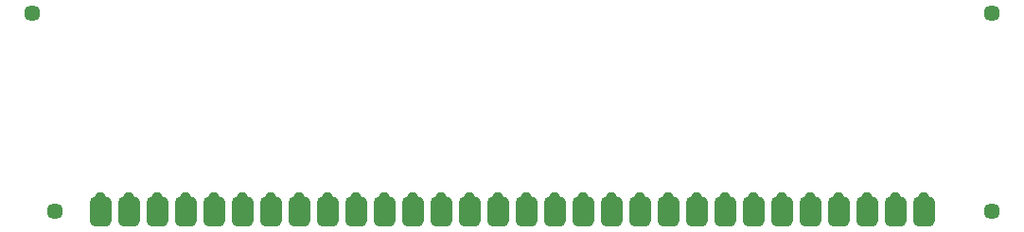
<source format=gbs>
G04 #@! TF.GenerationSoftware,KiCad,Pcbnew,(5.1.10-1-10_14)*
G04 #@! TF.CreationDate,2021-06-21T04:54:09-04:00*
G04 #@! TF.ProjectId,GW4192-SOJ,47573431-3932-42d5-934f-4a2e6b696361,1.0-SOJ*
G04 #@! TF.SameCoordinates,Original*
G04 #@! TF.FileFunction,Soldermask,Bot*
G04 #@! TF.FilePolarity,Negative*
%FSLAX46Y46*%
G04 Gerber Fmt 4.6, Leading zero omitted, Abs format (unit mm)*
G04 Created by KiCad (PCBNEW (5.1.10-1-10_14)) date 2021-06-21 04:54:09*
%MOMM*%
%LPD*%
G01*
G04 APERTURE LIST*
%ADD10C,0.952400*%
%ADD11C,1.448000*%
%ADD12C,0.100000*%
G04 APERTURE END LIST*
G36*
G01*
X82854800Y-100939600D02*
X82854800Y-99212400D01*
G75*
G02*
X83337400Y-98729800I482600J0D01*
G01*
X84302600Y-98729800D01*
G75*
G02*
X84785200Y-99212400I0J-482600D01*
G01*
X84785200Y-100939600D01*
G75*
G02*
X84302600Y-101422200I-482600J0D01*
G01*
X83337400Y-101422200D01*
G75*
G02*
X82854800Y-100939600I0J482600D01*
G01*
G37*
G36*
G01*
X85394800Y-100939600D02*
X85394800Y-99212400D01*
G75*
G02*
X85877400Y-98729800I482600J0D01*
G01*
X86842600Y-98729800D01*
G75*
G02*
X87325200Y-99212400I0J-482600D01*
G01*
X87325200Y-100939600D01*
G75*
G02*
X86842600Y-101422200I-482600J0D01*
G01*
X85877400Y-101422200D01*
G75*
G02*
X85394800Y-100939600I0J482600D01*
G01*
G37*
G36*
G01*
X87934800Y-100939600D02*
X87934800Y-99212400D01*
G75*
G02*
X88417400Y-98729800I482600J0D01*
G01*
X89382600Y-98729800D01*
G75*
G02*
X89865200Y-99212400I0J-482600D01*
G01*
X89865200Y-100939600D01*
G75*
G02*
X89382600Y-101422200I-482600J0D01*
G01*
X88417400Y-101422200D01*
G75*
G02*
X87934800Y-100939600I0J482600D01*
G01*
G37*
G36*
G01*
X90474800Y-100939600D02*
X90474800Y-99212400D01*
G75*
G02*
X90957400Y-98729800I482600J0D01*
G01*
X91922600Y-98729800D01*
G75*
G02*
X92405200Y-99212400I0J-482600D01*
G01*
X92405200Y-100939600D01*
G75*
G02*
X91922600Y-101422200I-482600J0D01*
G01*
X90957400Y-101422200D01*
G75*
G02*
X90474800Y-100939600I0J482600D01*
G01*
G37*
G36*
G01*
X93014800Y-100939600D02*
X93014800Y-99212400D01*
G75*
G02*
X93497400Y-98729800I482600J0D01*
G01*
X94462600Y-98729800D01*
G75*
G02*
X94945200Y-99212400I0J-482600D01*
G01*
X94945200Y-100939600D01*
G75*
G02*
X94462600Y-101422200I-482600J0D01*
G01*
X93497400Y-101422200D01*
G75*
G02*
X93014800Y-100939600I0J482600D01*
G01*
G37*
G36*
G01*
X95554800Y-100939600D02*
X95554800Y-99212400D01*
G75*
G02*
X96037400Y-98729800I482600J0D01*
G01*
X97002600Y-98729800D01*
G75*
G02*
X97485200Y-99212400I0J-482600D01*
G01*
X97485200Y-100939600D01*
G75*
G02*
X97002600Y-101422200I-482600J0D01*
G01*
X96037400Y-101422200D01*
G75*
G02*
X95554800Y-100939600I0J482600D01*
G01*
G37*
G36*
G01*
X98094800Y-100939600D02*
X98094800Y-99212400D01*
G75*
G02*
X98577400Y-98729800I482600J0D01*
G01*
X99542600Y-98729800D01*
G75*
G02*
X100025200Y-99212400I0J-482600D01*
G01*
X100025200Y-100939600D01*
G75*
G02*
X99542600Y-101422200I-482600J0D01*
G01*
X98577400Y-101422200D01*
G75*
G02*
X98094800Y-100939600I0J482600D01*
G01*
G37*
G36*
G01*
X100634800Y-100939600D02*
X100634800Y-99212400D01*
G75*
G02*
X101117400Y-98729800I482600J0D01*
G01*
X102082600Y-98729800D01*
G75*
G02*
X102565200Y-99212400I0J-482600D01*
G01*
X102565200Y-100939600D01*
G75*
G02*
X102082600Y-101422200I-482600J0D01*
G01*
X101117400Y-101422200D01*
G75*
G02*
X100634800Y-100939600I0J482600D01*
G01*
G37*
G36*
G01*
X103174800Y-100939600D02*
X103174800Y-99212400D01*
G75*
G02*
X103657400Y-98729800I482600J0D01*
G01*
X104622600Y-98729800D01*
G75*
G02*
X105105200Y-99212400I0J-482600D01*
G01*
X105105200Y-100939600D01*
G75*
G02*
X104622600Y-101422200I-482600J0D01*
G01*
X103657400Y-101422200D01*
G75*
G02*
X103174800Y-100939600I0J482600D01*
G01*
G37*
G36*
G01*
X105714800Y-100939600D02*
X105714800Y-99212400D01*
G75*
G02*
X106197400Y-98729800I482600J0D01*
G01*
X107162600Y-98729800D01*
G75*
G02*
X107645200Y-99212400I0J-482600D01*
G01*
X107645200Y-100939600D01*
G75*
G02*
X107162600Y-101422200I-482600J0D01*
G01*
X106197400Y-101422200D01*
G75*
G02*
X105714800Y-100939600I0J482600D01*
G01*
G37*
G36*
G01*
X108254800Y-100939600D02*
X108254800Y-99212400D01*
G75*
G02*
X108737400Y-98729800I482600J0D01*
G01*
X109702600Y-98729800D01*
G75*
G02*
X110185200Y-99212400I0J-482600D01*
G01*
X110185200Y-100939600D01*
G75*
G02*
X109702600Y-101422200I-482600J0D01*
G01*
X108737400Y-101422200D01*
G75*
G02*
X108254800Y-100939600I0J482600D01*
G01*
G37*
G36*
G01*
X110794800Y-100939600D02*
X110794800Y-99212400D01*
G75*
G02*
X111277400Y-98729800I482600J0D01*
G01*
X112242600Y-98729800D01*
G75*
G02*
X112725200Y-99212400I0J-482600D01*
G01*
X112725200Y-100939600D01*
G75*
G02*
X112242600Y-101422200I-482600J0D01*
G01*
X111277400Y-101422200D01*
G75*
G02*
X110794800Y-100939600I0J482600D01*
G01*
G37*
G36*
G01*
X113334800Y-100939600D02*
X113334800Y-99212400D01*
G75*
G02*
X113817400Y-98729800I482600J0D01*
G01*
X114782600Y-98729800D01*
G75*
G02*
X115265200Y-99212400I0J-482600D01*
G01*
X115265200Y-100939600D01*
G75*
G02*
X114782600Y-101422200I-482600J0D01*
G01*
X113817400Y-101422200D01*
G75*
G02*
X113334800Y-100939600I0J482600D01*
G01*
G37*
G36*
G01*
X115874800Y-100939600D02*
X115874800Y-99212400D01*
G75*
G02*
X116357400Y-98729800I482600J0D01*
G01*
X117322600Y-98729800D01*
G75*
G02*
X117805200Y-99212400I0J-482600D01*
G01*
X117805200Y-100939600D01*
G75*
G02*
X117322600Y-101422200I-482600J0D01*
G01*
X116357400Y-101422200D01*
G75*
G02*
X115874800Y-100939600I0J482600D01*
G01*
G37*
G36*
G01*
X118414800Y-100939600D02*
X118414800Y-99212400D01*
G75*
G02*
X118897400Y-98729800I482600J0D01*
G01*
X119862600Y-98729800D01*
G75*
G02*
X120345200Y-99212400I0J-482600D01*
G01*
X120345200Y-100939600D01*
G75*
G02*
X119862600Y-101422200I-482600J0D01*
G01*
X118897400Y-101422200D01*
G75*
G02*
X118414800Y-100939600I0J482600D01*
G01*
G37*
G36*
G01*
X120954800Y-100939600D02*
X120954800Y-99212400D01*
G75*
G02*
X121437400Y-98729800I482600J0D01*
G01*
X122402600Y-98729800D01*
G75*
G02*
X122885200Y-99212400I0J-482600D01*
G01*
X122885200Y-100939600D01*
G75*
G02*
X122402600Y-101422200I-482600J0D01*
G01*
X121437400Y-101422200D01*
G75*
G02*
X120954800Y-100939600I0J482600D01*
G01*
G37*
G36*
G01*
X123494800Y-100939600D02*
X123494800Y-99212400D01*
G75*
G02*
X123977400Y-98729800I482600J0D01*
G01*
X124942600Y-98729800D01*
G75*
G02*
X125425200Y-99212400I0J-482600D01*
G01*
X125425200Y-100939600D01*
G75*
G02*
X124942600Y-101422200I-482600J0D01*
G01*
X123977400Y-101422200D01*
G75*
G02*
X123494800Y-100939600I0J482600D01*
G01*
G37*
G36*
G01*
X126034800Y-100939600D02*
X126034800Y-99212400D01*
G75*
G02*
X126517400Y-98729800I482600J0D01*
G01*
X127482600Y-98729800D01*
G75*
G02*
X127965200Y-99212400I0J-482600D01*
G01*
X127965200Y-100939600D01*
G75*
G02*
X127482600Y-101422200I-482600J0D01*
G01*
X126517400Y-101422200D01*
G75*
G02*
X126034800Y-100939600I0J482600D01*
G01*
G37*
G36*
G01*
X128574800Y-100939600D02*
X128574800Y-99212400D01*
G75*
G02*
X129057400Y-98729800I482600J0D01*
G01*
X130022600Y-98729800D01*
G75*
G02*
X130505200Y-99212400I0J-482600D01*
G01*
X130505200Y-100939600D01*
G75*
G02*
X130022600Y-101422200I-482600J0D01*
G01*
X129057400Y-101422200D01*
G75*
G02*
X128574800Y-100939600I0J482600D01*
G01*
G37*
G36*
G01*
X131114800Y-100939600D02*
X131114800Y-99212400D01*
G75*
G02*
X131597400Y-98729800I482600J0D01*
G01*
X132562600Y-98729800D01*
G75*
G02*
X133045200Y-99212400I0J-482600D01*
G01*
X133045200Y-100939600D01*
G75*
G02*
X132562600Y-101422200I-482600J0D01*
G01*
X131597400Y-101422200D01*
G75*
G02*
X131114800Y-100939600I0J482600D01*
G01*
G37*
G36*
G01*
X133654800Y-100939600D02*
X133654800Y-99212400D01*
G75*
G02*
X134137400Y-98729800I482600J0D01*
G01*
X135102600Y-98729800D01*
G75*
G02*
X135585200Y-99212400I0J-482600D01*
G01*
X135585200Y-100939600D01*
G75*
G02*
X135102600Y-101422200I-482600J0D01*
G01*
X134137400Y-101422200D01*
G75*
G02*
X133654800Y-100939600I0J482600D01*
G01*
G37*
G36*
G01*
X136194800Y-100939600D02*
X136194800Y-99212400D01*
G75*
G02*
X136677400Y-98729800I482600J0D01*
G01*
X137642600Y-98729800D01*
G75*
G02*
X138125200Y-99212400I0J-482600D01*
G01*
X138125200Y-100939600D01*
G75*
G02*
X137642600Y-101422200I-482600J0D01*
G01*
X136677400Y-101422200D01*
G75*
G02*
X136194800Y-100939600I0J482600D01*
G01*
G37*
G36*
G01*
X138734800Y-100939600D02*
X138734800Y-99212400D01*
G75*
G02*
X139217400Y-98729800I482600J0D01*
G01*
X140182600Y-98729800D01*
G75*
G02*
X140665200Y-99212400I0J-482600D01*
G01*
X140665200Y-100939600D01*
G75*
G02*
X140182600Y-101422200I-482600J0D01*
G01*
X139217400Y-101422200D01*
G75*
G02*
X138734800Y-100939600I0J482600D01*
G01*
G37*
G36*
G01*
X141274800Y-100939600D02*
X141274800Y-99212400D01*
G75*
G02*
X141757400Y-98729800I482600J0D01*
G01*
X142722600Y-98729800D01*
G75*
G02*
X143205200Y-99212400I0J-482600D01*
G01*
X143205200Y-100939600D01*
G75*
G02*
X142722600Y-101422200I-482600J0D01*
G01*
X141757400Y-101422200D01*
G75*
G02*
X141274800Y-100939600I0J482600D01*
G01*
G37*
G36*
G01*
X143814800Y-100939600D02*
X143814800Y-99212400D01*
G75*
G02*
X144297400Y-98729800I482600J0D01*
G01*
X145262600Y-98729800D01*
G75*
G02*
X145745200Y-99212400I0J-482600D01*
G01*
X145745200Y-100939600D01*
G75*
G02*
X145262600Y-101422200I-482600J0D01*
G01*
X144297400Y-101422200D01*
G75*
G02*
X143814800Y-100939600I0J482600D01*
G01*
G37*
G36*
G01*
X146354800Y-100939600D02*
X146354800Y-99212400D01*
G75*
G02*
X146837400Y-98729800I482600J0D01*
G01*
X147802600Y-98729800D01*
G75*
G02*
X148285200Y-99212400I0J-482600D01*
G01*
X148285200Y-100939600D01*
G75*
G02*
X147802600Y-101422200I-482600J0D01*
G01*
X146837400Y-101422200D01*
G75*
G02*
X146354800Y-100939600I0J482600D01*
G01*
G37*
G36*
G01*
X148894800Y-100939600D02*
X148894800Y-99212400D01*
G75*
G02*
X149377400Y-98729800I482600J0D01*
G01*
X150342600Y-98729800D01*
G75*
G02*
X150825200Y-99212400I0J-482600D01*
G01*
X150825200Y-100939600D01*
G75*
G02*
X150342600Y-101422200I-482600J0D01*
G01*
X149377400Y-101422200D01*
G75*
G02*
X148894800Y-100939600I0J482600D01*
G01*
G37*
G36*
G01*
X151434800Y-100939600D02*
X151434800Y-99212400D01*
G75*
G02*
X151917400Y-98729800I482600J0D01*
G01*
X152882600Y-98729800D01*
G75*
G02*
X153365200Y-99212400I0J-482600D01*
G01*
X153365200Y-100939600D01*
G75*
G02*
X152882600Y-101422200I-482600J0D01*
G01*
X151917400Y-101422200D01*
G75*
G02*
X151434800Y-100939600I0J482600D01*
G01*
G37*
G36*
G01*
X153974800Y-100939600D02*
X153974800Y-99212400D01*
G75*
G02*
X154457400Y-98729800I482600J0D01*
G01*
X155422600Y-98729800D01*
G75*
G02*
X155905200Y-99212400I0J-482600D01*
G01*
X155905200Y-100939600D01*
G75*
G02*
X155422600Y-101422200I-482600J0D01*
G01*
X154457400Y-101422200D01*
G75*
G02*
X153974800Y-100939600I0J482600D01*
G01*
G37*
G36*
G01*
X156514800Y-100939600D02*
X156514800Y-99212400D01*
G75*
G02*
X156997400Y-98729800I482600J0D01*
G01*
X157962600Y-98729800D01*
G75*
G02*
X158445200Y-99212400I0J-482600D01*
G01*
X158445200Y-100939600D01*
G75*
G02*
X157962600Y-101422200I-482600J0D01*
G01*
X156997400Y-101422200D01*
G75*
G02*
X156514800Y-100939600I0J482600D01*
G01*
G37*
D10*
X88900000Y-98806000D03*
X86360000Y-98806000D03*
X83820000Y-98806000D03*
X93980000Y-98806000D03*
X91440000Y-98806000D03*
X96520000Y-98806000D03*
X99060000Y-98806000D03*
X104140000Y-98806000D03*
X101600000Y-98806000D03*
X109220000Y-98806000D03*
X106680000Y-98806000D03*
X111760000Y-98806000D03*
X116840000Y-98806000D03*
X114300000Y-98806000D03*
X119380000Y-98806000D03*
X124460000Y-98806000D03*
X121920000Y-98806000D03*
X127000000Y-98806000D03*
X149860000Y-98806000D03*
X147320000Y-98806000D03*
X152400000Y-98806000D03*
X134620000Y-98806000D03*
X132080000Y-98806000D03*
X137160000Y-98806000D03*
X142240000Y-98806000D03*
X139700000Y-98806000D03*
X144780000Y-98806000D03*
X129540000Y-98806000D03*
X154940000Y-98806000D03*
X157480000Y-98806000D03*
D11*
X163576000Y-100076000D03*
X79756000Y-100076000D03*
X163576000Y-82296000D03*
X77724000Y-82296000D03*
D12*
G36*
X101142407Y-98684071D02*
G01*
X101142782Y-98685678D01*
X101133928Y-98730190D01*
X101131966Y-98731800D01*
X101117494Y-98731800D01*
X101023644Y-98741043D01*
X100933486Y-98768393D01*
X100850398Y-98812804D01*
X100777571Y-98872571D01*
X100717804Y-98945398D01*
X100673393Y-99028486D01*
X100646043Y-99118644D01*
X100636790Y-99212596D01*
X100635625Y-99214222D01*
X100633635Y-99214026D01*
X100632800Y-99212400D01*
X100632800Y-99183767D01*
X100632810Y-99183571D01*
X100641774Y-99092560D01*
X100641850Y-99092175D01*
X100667489Y-99007651D01*
X100667639Y-99007289D01*
X100709274Y-98929397D01*
X100709492Y-98929071D01*
X100765521Y-98860798D01*
X100765798Y-98860521D01*
X100834071Y-98804492D01*
X100834397Y-98804274D01*
X100912289Y-98762639D01*
X100912651Y-98762489D01*
X100997174Y-98736850D01*
X100997559Y-98736774D01*
X101085979Y-98728065D01*
X101097907Y-98725693D01*
X101109042Y-98721080D01*
X101119065Y-98714383D01*
X101127587Y-98705861D01*
X101134284Y-98695838D01*
X101138972Y-98684523D01*
X101140559Y-98683305D01*
X101142407Y-98684071D01*
G37*
G36*
X88442407Y-98684071D02*
G01*
X88442782Y-98685678D01*
X88433928Y-98730190D01*
X88431966Y-98731800D01*
X88417494Y-98731800D01*
X88323644Y-98741043D01*
X88233486Y-98768393D01*
X88150398Y-98812804D01*
X88077571Y-98872571D01*
X88017804Y-98945398D01*
X87973393Y-99028486D01*
X87946043Y-99118644D01*
X87936790Y-99212596D01*
X87935625Y-99214222D01*
X87933635Y-99214026D01*
X87932800Y-99212400D01*
X87932800Y-99183767D01*
X87932810Y-99183571D01*
X87941774Y-99092560D01*
X87941850Y-99092175D01*
X87967489Y-99007651D01*
X87967639Y-99007289D01*
X88009274Y-98929397D01*
X88009492Y-98929071D01*
X88065521Y-98860798D01*
X88065798Y-98860521D01*
X88134071Y-98804492D01*
X88134397Y-98804274D01*
X88212289Y-98762639D01*
X88212651Y-98762489D01*
X88297174Y-98736850D01*
X88297559Y-98736774D01*
X88385979Y-98728065D01*
X88397907Y-98725693D01*
X88409042Y-98721080D01*
X88419065Y-98714383D01*
X88427587Y-98705861D01*
X88434284Y-98695838D01*
X88438972Y-98684523D01*
X88440559Y-98683305D01*
X88442407Y-98684071D01*
G37*
G36*
X121462407Y-98684071D02*
G01*
X121462782Y-98685678D01*
X121453928Y-98730190D01*
X121451966Y-98731800D01*
X121437494Y-98731800D01*
X121343644Y-98741043D01*
X121253486Y-98768393D01*
X121170398Y-98812804D01*
X121097571Y-98872571D01*
X121037804Y-98945398D01*
X120993393Y-99028486D01*
X120966043Y-99118644D01*
X120956790Y-99212596D01*
X120955625Y-99214222D01*
X120953635Y-99214026D01*
X120952800Y-99212400D01*
X120952800Y-99183767D01*
X120952810Y-99183571D01*
X120961774Y-99092560D01*
X120961850Y-99092175D01*
X120987489Y-99007651D01*
X120987639Y-99007289D01*
X121029274Y-98929397D01*
X121029492Y-98929071D01*
X121085521Y-98860798D01*
X121085798Y-98860521D01*
X121154071Y-98804492D01*
X121154397Y-98804274D01*
X121232289Y-98762639D01*
X121232651Y-98762489D01*
X121317174Y-98736850D01*
X121317559Y-98736774D01*
X121405979Y-98728065D01*
X121417907Y-98725693D01*
X121429042Y-98721080D01*
X121439065Y-98714383D01*
X121447587Y-98705861D01*
X121454284Y-98695838D01*
X121458972Y-98684523D01*
X121460559Y-98683305D01*
X121462407Y-98684071D01*
G37*
G36*
X151942407Y-98684071D02*
G01*
X151942782Y-98685678D01*
X151933928Y-98730190D01*
X151931966Y-98731800D01*
X151917494Y-98731800D01*
X151823644Y-98741043D01*
X151733486Y-98768393D01*
X151650398Y-98812804D01*
X151577571Y-98872571D01*
X151517804Y-98945398D01*
X151473393Y-99028486D01*
X151446043Y-99118644D01*
X151436790Y-99212596D01*
X151435625Y-99214222D01*
X151433635Y-99214026D01*
X151432800Y-99212400D01*
X151432800Y-99183767D01*
X151432810Y-99183571D01*
X151441774Y-99092560D01*
X151441850Y-99092175D01*
X151467489Y-99007651D01*
X151467639Y-99007289D01*
X151509274Y-98929397D01*
X151509492Y-98929071D01*
X151565521Y-98860798D01*
X151565798Y-98860521D01*
X151634071Y-98804492D01*
X151634397Y-98804274D01*
X151712289Y-98762639D01*
X151712651Y-98762489D01*
X151797174Y-98736850D01*
X151797559Y-98736774D01*
X151885979Y-98728065D01*
X151897907Y-98725693D01*
X151909042Y-98721080D01*
X151919065Y-98714383D01*
X151927587Y-98705861D01*
X151934284Y-98695838D01*
X151938972Y-98684523D01*
X151940559Y-98683305D01*
X151942407Y-98684071D01*
G37*
G36*
X124002407Y-98684071D02*
G01*
X124002782Y-98685678D01*
X123993928Y-98730190D01*
X123991966Y-98731800D01*
X123977494Y-98731800D01*
X123883644Y-98741043D01*
X123793486Y-98768393D01*
X123710398Y-98812804D01*
X123637571Y-98872571D01*
X123577804Y-98945398D01*
X123533393Y-99028486D01*
X123506043Y-99118644D01*
X123496790Y-99212596D01*
X123495625Y-99214222D01*
X123493635Y-99214026D01*
X123492800Y-99212400D01*
X123492800Y-99183767D01*
X123492810Y-99183571D01*
X123501774Y-99092560D01*
X123501850Y-99092175D01*
X123527489Y-99007651D01*
X123527639Y-99007289D01*
X123569274Y-98929397D01*
X123569492Y-98929071D01*
X123625521Y-98860798D01*
X123625798Y-98860521D01*
X123694071Y-98804492D01*
X123694397Y-98804274D01*
X123772289Y-98762639D01*
X123772651Y-98762489D01*
X123857174Y-98736850D01*
X123857559Y-98736774D01*
X123945979Y-98728065D01*
X123957907Y-98725693D01*
X123969042Y-98721080D01*
X123979065Y-98714383D01*
X123987587Y-98705861D01*
X123994284Y-98695838D01*
X123998972Y-98684523D01*
X124000559Y-98683305D01*
X124002407Y-98684071D01*
G37*
G36*
X90982407Y-98684071D02*
G01*
X90982782Y-98685678D01*
X90973928Y-98730190D01*
X90971966Y-98731800D01*
X90957494Y-98731800D01*
X90863644Y-98741043D01*
X90773486Y-98768393D01*
X90690398Y-98812804D01*
X90617571Y-98872571D01*
X90557804Y-98945398D01*
X90513393Y-99028486D01*
X90486043Y-99118644D01*
X90476790Y-99212596D01*
X90475625Y-99214222D01*
X90473635Y-99214026D01*
X90472800Y-99212400D01*
X90472800Y-99183767D01*
X90472810Y-99183571D01*
X90481774Y-99092560D01*
X90481850Y-99092175D01*
X90507489Y-99007651D01*
X90507639Y-99007289D01*
X90549274Y-98929397D01*
X90549492Y-98929071D01*
X90605521Y-98860798D01*
X90605798Y-98860521D01*
X90674071Y-98804492D01*
X90674397Y-98804274D01*
X90752289Y-98762639D01*
X90752651Y-98762489D01*
X90837174Y-98736850D01*
X90837559Y-98736774D01*
X90925979Y-98728065D01*
X90937907Y-98725693D01*
X90949042Y-98721080D01*
X90959065Y-98714383D01*
X90967587Y-98705861D01*
X90974284Y-98695838D01*
X90978972Y-98684523D01*
X90980559Y-98683305D01*
X90982407Y-98684071D01*
G37*
G36*
X118922407Y-98684071D02*
G01*
X118922782Y-98685678D01*
X118913928Y-98730190D01*
X118911966Y-98731800D01*
X118897494Y-98731800D01*
X118803644Y-98741043D01*
X118713486Y-98768393D01*
X118630398Y-98812804D01*
X118557571Y-98872571D01*
X118497804Y-98945398D01*
X118453393Y-99028486D01*
X118426043Y-99118644D01*
X118416790Y-99212596D01*
X118415625Y-99214222D01*
X118413635Y-99214026D01*
X118412800Y-99212400D01*
X118412800Y-99183767D01*
X118412810Y-99183571D01*
X118421774Y-99092560D01*
X118421850Y-99092175D01*
X118447489Y-99007651D01*
X118447639Y-99007289D01*
X118489274Y-98929397D01*
X118489492Y-98929071D01*
X118545521Y-98860798D01*
X118545798Y-98860521D01*
X118614071Y-98804492D01*
X118614397Y-98804274D01*
X118692289Y-98762639D01*
X118692651Y-98762489D01*
X118777174Y-98736850D01*
X118777559Y-98736774D01*
X118865979Y-98728065D01*
X118877907Y-98725693D01*
X118889042Y-98721080D01*
X118899065Y-98714383D01*
X118907587Y-98705861D01*
X118914284Y-98695838D01*
X118918972Y-98684523D01*
X118920559Y-98683305D01*
X118922407Y-98684071D01*
G37*
G36*
X149402407Y-98684071D02*
G01*
X149402782Y-98685678D01*
X149393928Y-98730190D01*
X149391966Y-98731800D01*
X149377494Y-98731800D01*
X149283644Y-98741043D01*
X149193486Y-98768393D01*
X149110398Y-98812804D01*
X149037571Y-98872571D01*
X148977804Y-98945398D01*
X148933393Y-99028486D01*
X148906043Y-99118644D01*
X148896790Y-99212596D01*
X148895625Y-99214222D01*
X148893635Y-99214026D01*
X148892800Y-99212400D01*
X148892800Y-99183767D01*
X148892810Y-99183571D01*
X148901774Y-99092560D01*
X148901850Y-99092175D01*
X148927489Y-99007651D01*
X148927639Y-99007289D01*
X148969274Y-98929397D01*
X148969492Y-98929071D01*
X149025521Y-98860798D01*
X149025798Y-98860521D01*
X149094071Y-98804492D01*
X149094397Y-98804274D01*
X149172289Y-98762639D01*
X149172651Y-98762489D01*
X149257174Y-98736850D01*
X149257559Y-98736774D01*
X149345979Y-98728065D01*
X149357907Y-98725693D01*
X149369042Y-98721080D01*
X149379065Y-98714383D01*
X149387587Y-98705861D01*
X149394284Y-98695838D01*
X149398972Y-98684523D01*
X149400559Y-98683305D01*
X149402407Y-98684071D01*
G37*
G36*
X83362407Y-98684071D02*
G01*
X83362782Y-98685678D01*
X83353928Y-98730190D01*
X83351966Y-98731800D01*
X83337494Y-98731800D01*
X83243644Y-98741043D01*
X83153486Y-98768393D01*
X83070398Y-98812804D01*
X82997571Y-98872571D01*
X82937804Y-98945398D01*
X82893393Y-99028486D01*
X82866043Y-99118644D01*
X82856790Y-99212596D01*
X82855625Y-99214222D01*
X82853635Y-99214026D01*
X82852800Y-99212400D01*
X82852800Y-99183767D01*
X82852810Y-99183571D01*
X82861774Y-99092560D01*
X82861850Y-99092175D01*
X82887489Y-99007651D01*
X82887639Y-99007289D01*
X82929274Y-98929397D01*
X82929492Y-98929071D01*
X82985521Y-98860798D01*
X82985798Y-98860521D01*
X83054071Y-98804492D01*
X83054397Y-98804274D01*
X83132289Y-98762639D01*
X83132651Y-98762489D01*
X83217174Y-98736850D01*
X83217559Y-98736774D01*
X83305979Y-98728065D01*
X83317907Y-98725693D01*
X83329042Y-98721080D01*
X83339065Y-98714383D01*
X83347587Y-98705861D01*
X83354284Y-98695838D01*
X83358972Y-98684523D01*
X83360559Y-98683305D01*
X83362407Y-98684071D01*
G37*
G36*
X126542407Y-98684071D02*
G01*
X126542782Y-98685678D01*
X126533928Y-98730190D01*
X126531966Y-98731800D01*
X126517494Y-98731800D01*
X126423644Y-98741043D01*
X126333486Y-98768393D01*
X126250398Y-98812804D01*
X126177571Y-98872571D01*
X126117804Y-98945398D01*
X126073393Y-99028486D01*
X126046043Y-99118644D01*
X126036790Y-99212596D01*
X126035625Y-99214222D01*
X126033635Y-99214026D01*
X126032800Y-99212400D01*
X126032800Y-99183767D01*
X126032810Y-99183571D01*
X126041774Y-99092560D01*
X126041850Y-99092175D01*
X126067489Y-99007651D01*
X126067639Y-99007289D01*
X126109274Y-98929397D01*
X126109492Y-98929071D01*
X126165521Y-98860798D01*
X126165798Y-98860521D01*
X126234071Y-98804492D01*
X126234397Y-98804274D01*
X126312289Y-98762639D01*
X126312651Y-98762489D01*
X126397174Y-98736850D01*
X126397559Y-98736774D01*
X126485979Y-98728065D01*
X126497907Y-98725693D01*
X126509042Y-98721080D01*
X126519065Y-98714383D01*
X126527587Y-98705861D01*
X126534284Y-98695838D01*
X126538972Y-98684523D01*
X126540559Y-98683305D01*
X126542407Y-98684071D01*
G37*
G36*
X93522407Y-98684071D02*
G01*
X93522782Y-98685678D01*
X93513928Y-98730190D01*
X93511966Y-98731800D01*
X93497494Y-98731800D01*
X93403644Y-98741043D01*
X93313486Y-98768393D01*
X93230398Y-98812804D01*
X93157571Y-98872571D01*
X93097804Y-98945398D01*
X93053393Y-99028486D01*
X93026043Y-99118644D01*
X93016790Y-99212596D01*
X93015625Y-99214222D01*
X93013635Y-99214026D01*
X93012800Y-99212400D01*
X93012800Y-99183767D01*
X93012810Y-99183571D01*
X93021774Y-99092560D01*
X93021850Y-99092175D01*
X93047489Y-99007651D01*
X93047639Y-99007289D01*
X93089274Y-98929397D01*
X93089492Y-98929071D01*
X93145521Y-98860798D01*
X93145798Y-98860521D01*
X93214071Y-98804492D01*
X93214397Y-98804274D01*
X93292289Y-98762639D01*
X93292651Y-98762489D01*
X93377174Y-98736850D01*
X93377559Y-98736774D01*
X93465979Y-98728065D01*
X93477907Y-98725693D01*
X93489042Y-98721080D01*
X93499065Y-98714383D01*
X93507587Y-98705861D01*
X93514284Y-98695838D01*
X93518972Y-98684523D01*
X93520559Y-98683305D01*
X93522407Y-98684071D01*
G37*
G36*
X116382407Y-98684071D02*
G01*
X116382782Y-98685678D01*
X116373928Y-98730190D01*
X116371966Y-98731800D01*
X116357494Y-98731800D01*
X116263644Y-98741043D01*
X116173486Y-98768393D01*
X116090398Y-98812804D01*
X116017571Y-98872571D01*
X115957804Y-98945398D01*
X115913393Y-99028486D01*
X115886043Y-99118644D01*
X115876790Y-99212596D01*
X115875625Y-99214222D01*
X115873635Y-99214026D01*
X115872800Y-99212400D01*
X115872800Y-99183767D01*
X115872810Y-99183571D01*
X115881774Y-99092560D01*
X115881850Y-99092175D01*
X115907489Y-99007651D01*
X115907639Y-99007289D01*
X115949274Y-98929397D01*
X115949492Y-98929071D01*
X116005521Y-98860798D01*
X116005798Y-98860521D01*
X116074071Y-98804492D01*
X116074397Y-98804274D01*
X116152289Y-98762639D01*
X116152651Y-98762489D01*
X116237174Y-98736850D01*
X116237559Y-98736774D01*
X116325979Y-98728065D01*
X116337907Y-98725693D01*
X116349042Y-98721080D01*
X116359065Y-98714383D01*
X116367587Y-98705861D01*
X116374284Y-98695838D01*
X116378972Y-98684523D01*
X116380559Y-98683305D01*
X116382407Y-98684071D01*
G37*
G36*
X154482407Y-98684071D02*
G01*
X154482782Y-98685678D01*
X154473928Y-98730190D01*
X154471966Y-98731800D01*
X154457494Y-98731800D01*
X154363644Y-98741043D01*
X154273486Y-98768393D01*
X154190398Y-98812804D01*
X154117571Y-98872571D01*
X154057804Y-98945398D01*
X154013393Y-99028486D01*
X153986043Y-99118644D01*
X153976790Y-99212596D01*
X153975625Y-99214222D01*
X153973635Y-99214026D01*
X153972800Y-99212400D01*
X153972800Y-99183767D01*
X153972810Y-99183571D01*
X153981774Y-99092560D01*
X153981850Y-99092175D01*
X154007489Y-99007651D01*
X154007639Y-99007289D01*
X154049274Y-98929397D01*
X154049492Y-98929071D01*
X154105521Y-98860798D01*
X154105798Y-98860521D01*
X154174071Y-98804492D01*
X154174397Y-98804274D01*
X154252289Y-98762639D01*
X154252651Y-98762489D01*
X154337174Y-98736850D01*
X154337559Y-98736774D01*
X154425979Y-98728065D01*
X154437907Y-98725693D01*
X154449042Y-98721080D01*
X154459065Y-98714383D01*
X154467587Y-98705861D01*
X154474284Y-98695838D01*
X154478972Y-98684523D01*
X154480559Y-98683305D01*
X154482407Y-98684071D01*
G37*
G36*
X129082407Y-98684071D02*
G01*
X129082782Y-98685678D01*
X129073928Y-98730190D01*
X129071966Y-98731800D01*
X129057494Y-98731800D01*
X128963644Y-98741043D01*
X128873486Y-98768393D01*
X128790398Y-98812804D01*
X128717571Y-98872571D01*
X128657804Y-98945398D01*
X128613393Y-99028486D01*
X128586043Y-99118644D01*
X128576790Y-99212596D01*
X128575625Y-99214222D01*
X128573635Y-99214026D01*
X128572800Y-99212400D01*
X128572800Y-99183767D01*
X128572810Y-99183571D01*
X128581774Y-99092560D01*
X128581850Y-99092175D01*
X128607489Y-99007651D01*
X128607639Y-99007289D01*
X128649274Y-98929397D01*
X128649492Y-98929071D01*
X128705521Y-98860798D01*
X128705798Y-98860521D01*
X128774071Y-98804492D01*
X128774397Y-98804274D01*
X128852289Y-98762639D01*
X128852651Y-98762489D01*
X128937174Y-98736850D01*
X128937559Y-98736774D01*
X129025979Y-98728065D01*
X129037907Y-98725693D01*
X129049042Y-98721080D01*
X129059065Y-98714383D01*
X129067587Y-98705861D01*
X129074284Y-98695838D01*
X129078972Y-98684523D01*
X129080559Y-98683305D01*
X129082407Y-98684071D01*
G37*
G36*
X146862407Y-98684071D02*
G01*
X146862782Y-98685678D01*
X146853928Y-98730190D01*
X146851966Y-98731800D01*
X146837494Y-98731800D01*
X146743644Y-98741043D01*
X146653486Y-98768393D01*
X146570398Y-98812804D01*
X146497571Y-98872571D01*
X146437804Y-98945398D01*
X146393393Y-99028486D01*
X146366043Y-99118644D01*
X146356790Y-99212596D01*
X146355625Y-99214222D01*
X146353635Y-99214026D01*
X146352800Y-99212400D01*
X146352800Y-99183767D01*
X146352810Y-99183571D01*
X146361774Y-99092560D01*
X146361850Y-99092175D01*
X146387489Y-99007651D01*
X146387639Y-99007289D01*
X146429274Y-98929397D01*
X146429492Y-98929071D01*
X146485521Y-98860798D01*
X146485798Y-98860521D01*
X146554071Y-98804492D01*
X146554397Y-98804274D01*
X146632289Y-98762639D01*
X146632651Y-98762489D01*
X146717174Y-98736850D01*
X146717559Y-98736774D01*
X146805979Y-98728065D01*
X146817907Y-98725693D01*
X146829042Y-98721080D01*
X146839065Y-98714383D01*
X146847587Y-98705861D01*
X146854284Y-98695838D01*
X146858972Y-98684523D01*
X146860559Y-98683305D01*
X146862407Y-98684071D01*
G37*
G36*
X113842407Y-98684071D02*
G01*
X113842782Y-98685678D01*
X113833928Y-98730190D01*
X113831966Y-98731800D01*
X113817494Y-98731800D01*
X113723644Y-98741043D01*
X113633486Y-98768393D01*
X113550398Y-98812804D01*
X113477571Y-98872571D01*
X113417804Y-98945398D01*
X113373393Y-99028486D01*
X113346043Y-99118644D01*
X113336790Y-99212596D01*
X113335625Y-99214222D01*
X113333635Y-99214026D01*
X113332800Y-99212400D01*
X113332800Y-99183767D01*
X113332810Y-99183571D01*
X113341774Y-99092560D01*
X113341850Y-99092175D01*
X113367489Y-99007651D01*
X113367639Y-99007289D01*
X113409274Y-98929397D01*
X113409492Y-98929071D01*
X113465521Y-98860798D01*
X113465798Y-98860521D01*
X113534071Y-98804492D01*
X113534397Y-98804274D01*
X113612289Y-98762639D01*
X113612651Y-98762489D01*
X113697174Y-98736850D01*
X113697559Y-98736774D01*
X113785979Y-98728065D01*
X113797907Y-98725693D01*
X113809042Y-98721080D01*
X113819065Y-98714383D01*
X113827587Y-98705861D01*
X113834284Y-98695838D01*
X113838972Y-98684523D01*
X113840559Y-98683305D01*
X113842407Y-98684071D01*
G37*
G36*
X96062407Y-98684071D02*
G01*
X96062782Y-98685678D01*
X96053928Y-98730190D01*
X96051966Y-98731800D01*
X96037494Y-98731800D01*
X95943644Y-98741043D01*
X95853486Y-98768393D01*
X95770398Y-98812804D01*
X95697571Y-98872571D01*
X95637804Y-98945398D01*
X95593393Y-99028486D01*
X95566043Y-99118644D01*
X95556790Y-99212596D01*
X95555625Y-99214222D01*
X95553635Y-99214026D01*
X95552800Y-99212400D01*
X95552800Y-99183767D01*
X95552810Y-99183571D01*
X95561774Y-99092560D01*
X95561850Y-99092175D01*
X95587489Y-99007651D01*
X95587639Y-99007289D01*
X95629274Y-98929397D01*
X95629492Y-98929071D01*
X95685521Y-98860798D01*
X95685798Y-98860521D01*
X95754071Y-98804492D01*
X95754397Y-98804274D01*
X95832289Y-98762639D01*
X95832651Y-98762489D01*
X95917174Y-98736850D01*
X95917559Y-98736774D01*
X96005979Y-98728065D01*
X96017907Y-98725693D01*
X96029042Y-98721080D01*
X96039065Y-98714383D01*
X96047587Y-98705861D01*
X96054284Y-98695838D01*
X96058972Y-98684523D01*
X96060559Y-98683305D01*
X96062407Y-98684071D01*
G37*
G36*
X157022407Y-98684071D02*
G01*
X157022782Y-98685678D01*
X157013928Y-98730190D01*
X157011966Y-98731800D01*
X156997494Y-98731800D01*
X156903644Y-98741043D01*
X156813486Y-98768393D01*
X156730398Y-98812804D01*
X156657571Y-98872571D01*
X156597804Y-98945398D01*
X156553393Y-99028486D01*
X156526043Y-99118644D01*
X156516790Y-99212596D01*
X156515625Y-99214222D01*
X156513635Y-99214026D01*
X156512800Y-99212400D01*
X156512800Y-99183767D01*
X156512810Y-99183571D01*
X156521774Y-99092560D01*
X156521850Y-99092175D01*
X156547489Y-99007651D01*
X156547639Y-99007289D01*
X156589274Y-98929397D01*
X156589492Y-98929071D01*
X156645521Y-98860798D01*
X156645798Y-98860521D01*
X156714071Y-98804492D01*
X156714397Y-98804274D01*
X156792289Y-98762639D01*
X156792651Y-98762489D01*
X156877174Y-98736850D01*
X156877559Y-98736774D01*
X156965979Y-98728065D01*
X156977907Y-98725693D01*
X156989042Y-98721080D01*
X156999065Y-98714383D01*
X157007587Y-98705861D01*
X157014284Y-98695838D01*
X157018972Y-98684523D01*
X157020559Y-98683305D01*
X157022407Y-98684071D01*
G37*
G36*
X144322407Y-98684071D02*
G01*
X144322782Y-98685678D01*
X144313928Y-98730190D01*
X144311966Y-98731800D01*
X144297494Y-98731800D01*
X144203644Y-98741043D01*
X144113486Y-98768393D01*
X144030398Y-98812804D01*
X143957571Y-98872571D01*
X143897804Y-98945398D01*
X143853393Y-99028486D01*
X143826043Y-99118644D01*
X143816790Y-99212596D01*
X143815625Y-99214222D01*
X143813635Y-99214026D01*
X143812800Y-99212400D01*
X143812800Y-99183767D01*
X143812810Y-99183571D01*
X143821774Y-99092560D01*
X143821850Y-99092175D01*
X143847489Y-99007651D01*
X143847639Y-99007289D01*
X143889274Y-98929397D01*
X143889492Y-98929071D01*
X143945521Y-98860798D01*
X143945798Y-98860521D01*
X144014071Y-98804492D01*
X144014397Y-98804274D01*
X144092289Y-98762639D01*
X144092651Y-98762489D01*
X144177174Y-98736850D01*
X144177559Y-98736774D01*
X144265979Y-98728065D01*
X144277907Y-98725693D01*
X144289042Y-98721080D01*
X144299065Y-98714383D01*
X144307587Y-98705861D01*
X144314284Y-98695838D01*
X144318972Y-98684523D01*
X144320559Y-98683305D01*
X144322407Y-98684071D01*
G37*
G36*
X131622407Y-98684071D02*
G01*
X131622782Y-98685678D01*
X131613928Y-98730190D01*
X131611966Y-98731800D01*
X131597494Y-98731800D01*
X131503644Y-98741043D01*
X131413486Y-98768393D01*
X131330398Y-98812804D01*
X131257571Y-98872571D01*
X131197804Y-98945398D01*
X131153393Y-99028486D01*
X131126043Y-99118644D01*
X131116790Y-99212596D01*
X131115625Y-99214222D01*
X131113635Y-99214026D01*
X131112800Y-99212400D01*
X131112800Y-99183767D01*
X131112810Y-99183571D01*
X131121774Y-99092560D01*
X131121850Y-99092175D01*
X131147489Y-99007651D01*
X131147639Y-99007289D01*
X131189274Y-98929397D01*
X131189492Y-98929071D01*
X131245521Y-98860798D01*
X131245798Y-98860521D01*
X131314071Y-98804492D01*
X131314397Y-98804274D01*
X131392289Y-98762639D01*
X131392651Y-98762489D01*
X131477174Y-98736850D01*
X131477559Y-98736774D01*
X131565979Y-98728065D01*
X131577907Y-98725693D01*
X131589042Y-98721080D01*
X131599065Y-98714383D01*
X131607587Y-98705861D01*
X131614284Y-98695838D01*
X131618972Y-98684523D01*
X131620559Y-98683305D01*
X131622407Y-98684071D01*
G37*
G36*
X98602407Y-98684071D02*
G01*
X98602782Y-98685678D01*
X98593928Y-98730190D01*
X98591966Y-98731800D01*
X98577494Y-98731800D01*
X98483644Y-98741043D01*
X98393486Y-98768393D01*
X98310398Y-98812804D01*
X98237571Y-98872571D01*
X98177804Y-98945398D01*
X98133393Y-99028486D01*
X98106043Y-99118644D01*
X98096790Y-99212596D01*
X98095625Y-99214222D01*
X98093635Y-99214026D01*
X98092800Y-99212400D01*
X98092800Y-99183767D01*
X98092810Y-99183571D01*
X98101774Y-99092560D01*
X98101850Y-99092175D01*
X98127489Y-99007651D01*
X98127639Y-99007289D01*
X98169274Y-98929397D01*
X98169492Y-98929071D01*
X98225521Y-98860798D01*
X98225798Y-98860521D01*
X98294071Y-98804492D01*
X98294397Y-98804274D01*
X98372289Y-98762639D01*
X98372651Y-98762489D01*
X98457174Y-98736850D01*
X98457559Y-98736774D01*
X98545979Y-98728065D01*
X98557907Y-98725693D01*
X98569042Y-98721080D01*
X98579065Y-98714383D01*
X98587587Y-98705861D01*
X98594284Y-98695838D01*
X98598972Y-98684523D01*
X98600559Y-98683305D01*
X98602407Y-98684071D01*
G37*
G36*
X111302407Y-98684071D02*
G01*
X111302782Y-98685678D01*
X111293928Y-98730190D01*
X111291966Y-98731800D01*
X111277494Y-98731800D01*
X111183644Y-98741043D01*
X111093486Y-98768393D01*
X111010398Y-98812804D01*
X110937571Y-98872571D01*
X110877804Y-98945398D01*
X110833393Y-99028486D01*
X110806043Y-99118644D01*
X110796790Y-99212596D01*
X110795625Y-99214222D01*
X110793635Y-99214026D01*
X110792800Y-99212400D01*
X110792800Y-99183767D01*
X110792810Y-99183571D01*
X110801774Y-99092560D01*
X110801850Y-99092175D01*
X110827489Y-99007651D01*
X110827639Y-99007289D01*
X110869274Y-98929397D01*
X110869492Y-98929071D01*
X110925521Y-98860798D01*
X110925798Y-98860521D01*
X110994071Y-98804492D01*
X110994397Y-98804274D01*
X111072289Y-98762639D01*
X111072651Y-98762489D01*
X111157174Y-98736850D01*
X111157559Y-98736774D01*
X111245979Y-98728065D01*
X111257907Y-98725693D01*
X111269042Y-98721080D01*
X111279065Y-98714383D01*
X111287587Y-98705861D01*
X111294284Y-98695838D01*
X111298972Y-98684523D01*
X111300559Y-98683305D01*
X111302407Y-98684071D01*
G37*
G36*
X85902407Y-98684071D02*
G01*
X85902782Y-98685678D01*
X85893928Y-98730190D01*
X85891966Y-98731800D01*
X85877494Y-98731800D01*
X85783644Y-98741043D01*
X85693486Y-98768393D01*
X85610398Y-98812804D01*
X85537571Y-98872571D01*
X85477804Y-98945398D01*
X85433393Y-99028486D01*
X85406043Y-99118644D01*
X85396790Y-99212596D01*
X85395625Y-99214222D01*
X85393635Y-99214026D01*
X85392800Y-99212400D01*
X85392800Y-99183767D01*
X85392810Y-99183571D01*
X85401774Y-99092560D01*
X85401850Y-99092175D01*
X85427489Y-99007651D01*
X85427639Y-99007289D01*
X85469274Y-98929397D01*
X85469492Y-98929071D01*
X85525521Y-98860798D01*
X85525798Y-98860521D01*
X85594071Y-98804492D01*
X85594397Y-98804274D01*
X85672289Y-98762639D01*
X85672651Y-98762489D01*
X85757174Y-98736850D01*
X85757559Y-98736774D01*
X85845979Y-98728065D01*
X85857907Y-98725693D01*
X85869042Y-98721080D01*
X85879065Y-98714383D01*
X85887587Y-98705861D01*
X85894284Y-98695838D01*
X85898972Y-98684523D01*
X85900559Y-98683305D01*
X85902407Y-98684071D01*
G37*
G36*
X141782407Y-98684071D02*
G01*
X141782782Y-98685678D01*
X141773928Y-98730190D01*
X141771966Y-98731800D01*
X141757494Y-98731800D01*
X141663644Y-98741043D01*
X141573486Y-98768393D01*
X141490398Y-98812804D01*
X141417571Y-98872571D01*
X141357804Y-98945398D01*
X141313393Y-99028486D01*
X141286043Y-99118644D01*
X141276790Y-99212596D01*
X141275625Y-99214222D01*
X141273635Y-99214026D01*
X141272800Y-99212400D01*
X141272800Y-99183767D01*
X141272810Y-99183571D01*
X141281774Y-99092560D01*
X141281850Y-99092175D01*
X141307489Y-99007651D01*
X141307639Y-99007289D01*
X141349274Y-98929397D01*
X141349492Y-98929071D01*
X141405521Y-98860798D01*
X141405798Y-98860521D01*
X141474071Y-98804492D01*
X141474397Y-98804274D01*
X141552289Y-98762639D01*
X141552651Y-98762489D01*
X141637174Y-98736850D01*
X141637559Y-98736774D01*
X141725979Y-98728065D01*
X141737907Y-98725693D01*
X141749042Y-98721080D01*
X141759065Y-98714383D01*
X141767587Y-98705861D01*
X141774284Y-98695838D01*
X141778972Y-98684523D01*
X141780559Y-98683305D01*
X141782407Y-98684071D01*
G37*
G36*
X134162407Y-98684071D02*
G01*
X134162782Y-98685678D01*
X134153928Y-98730190D01*
X134151966Y-98731800D01*
X134137494Y-98731800D01*
X134043644Y-98741043D01*
X133953486Y-98768393D01*
X133870398Y-98812804D01*
X133797571Y-98872571D01*
X133737804Y-98945398D01*
X133693393Y-99028486D01*
X133666043Y-99118644D01*
X133656790Y-99212596D01*
X133655625Y-99214222D01*
X133653635Y-99214026D01*
X133652800Y-99212400D01*
X133652800Y-99183767D01*
X133652810Y-99183571D01*
X133661774Y-99092560D01*
X133661850Y-99092175D01*
X133687489Y-99007651D01*
X133687639Y-99007289D01*
X133729274Y-98929397D01*
X133729492Y-98929071D01*
X133785521Y-98860798D01*
X133785798Y-98860521D01*
X133854071Y-98804492D01*
X133854397Y-98804274D01*
X133932289Y-98762639D01*
X133932651Y-98762489D01*
X134017174Y-98736850D01*
X134017559Y-98736774D01*
X134105979Y-98728065D01*
X134117907Y-98725693D01*
X134129042Y-98721080D01*
X134139065Y-98714383D01*
X134147587Y-98705861D01*
X134154284Y-98695838D01*
X134158972Y-98684523D01*
X134160559Y-98683305D01*
X134162407Y-98684071D01*
G37*
G36*
X139242407Y-98684071D02*
G01*
X139242782Y-98685678D01*
X139233928Y-98730190D01*
X139231966Y-98731800D01*
X139217494Y-98731800D01*
X139123644Y-98741043D01*
X139033486Y-98768393D01*
X138950398Y-98812804D01*
X138877571Y-98872571D01*
X138817804Y-98945398D01*
X138773393Y-99028486D01*
X138746043Y-99118644D01*
X138736790Y-99212596D01*
X138735625Y-99214222D01*
X138733635Y-99214026D01*
X138732800Y-99212400D01*
X138732800Y-99183767D01*
X138732810Y-99183571D01*
X138741774Y-99092560D01*
X138741850Y-99092175D01*
X138767489Y-99007651D01*
X138767639Y-99007289D01*
X138809274Y-98929397D01*
X138809492Y-98929071D01*
X138865521Y-98860798D01*
X138865798Y-98860521D01*
X138934071Y-98804492D01*
X138934397Y-98804274D01*
X139012289Y-98762639D01*
X139012651Y-98762489D01*
X139097174Y-98736850D01*
X139097559Y-98736774D01*
X139185979Y-98728065D01*
X139197907Y-98725693D01*
X139209042Y-98721080D01*
X139219065Y-98714383D01*
X139227587Y-98705861D01*
X139234284Y-98695838D01*
X139238972Y-98684523D01*
X139240559Y-98683305D01*
X139242407Y-98684071D01*
G37*
G36*
X108762407Y-98684071D02*
G01*
X108762782Y-98685678D01*
X108753928Y-98730190D01*
X108751966Y-98731800D01*
X108737494Y-98731800D01*
X108643644Y-98741043D01*
X108553486Y-98768393D01*
X108470398Y-98812804D01*
X108397571Y-98872571D01*
X108337804Y-98945398D01*
X108293393Y-99028486D01*
X108266043Y-99118644D01*
X108256790Y-99212596D01*
X108255625Y-99214222D01*
X108253635Y-99214026D01*
X108252800Y-99212400D01*
X108252800Y-99183767D01*
X108252810Y-99183571D01*
X108261774Y-99092560D01*
X108261850Y-99092175D01*
X108287489Y-99007651D01*
X108287639Y-99007289D01*
X108329274Y-98929397D01*
X108329492Y-98929071D01*
X108385521Y-98860798D01*
X108385798Y-98860521D01*
X108454071Y-98804492D01*
X108454397Y-98804274D01*
X108532289Y-98762639D01*
X108532651Y-98762489D01*
X108617174Y-98736850D01*
X108617559Y-98736774D01*
X108705979Y-98728065D01*
X108717907Y-98725693D01*
X108729042Y-98721080D01*
X108739065Y-98714383D01*
X108747587Y-98705861D01*
X108754284Y-98695838D01*
X108758972Y-98684523D01*
X108760559Y-98683305D01*
X108762407Y-98684071D01*
G37*
G36*
X103682407Y-98684071D02*
G01*
X103682782Y-98685678D01*
X103673928Y-98730190D01*
X103671966Y-98731800D01*
X103657494Y-98731800D01*
X103563644Y-98741043D01*
X103473486Y-98768393D01*
X103390398Y-98812804D01*
X103317571Y-98872571D01*
X103257804Y-98945398D01*
X103213393Y-99028486D01*
X103186043Y-99118644D01*
X103176790Y-99212596D01*
X103175625Y-99214222D01*
X103173635Y-99214026D01*
X103172800Y-99212400D01*
X103172800Y-99183767D01*
X103172810Y-99183571D01*
X103181774Y-99092560D01*
X103181850Y-99092175D01*
X103207489Y-99007651D01*
X103207639Y-99007289D01*
X103249274Y-98929397D01*
X103249492Y-98929071D01*
X103305521Y-98860798D01*
X103305798Y-98860521D01*
X103374071Y-98804492D01*
X103374397Y-98804274D01*
X103452289Y-98762639D01*
X103452651Y-98762489D01*
X103537174Y-98736850D01*
X103537559Y-98736774D01*
X103625979Y-98728065D01*
X103637907Y-98725693D01*
X103649042Y-98721080D01*
X103659065Y-98714383D01*
X103667587Y-98705861D01*
X103674284Y-98695838D01*
X103678972Y-98684523D01*
X103680559Y-98683305D01*
X103682407Y-98684071D01*
G37*
G36*
X136702407Y-98684071D02*
G01*
X136702782Y-98685678D01*
X136693928Y-98730190D01*
X136691966Y-98731800D01*
X136677494Y-98731800D01*
X136583644Y-98741043D01*
X136493486Y-98768393D01*
X136410398Y-98812804D01*
X136337571Y-98872571D01*
X136277804Y-98945398D01*
X136233393Y-99028486D01*
X136206043Y-99118644D01*
X136196790Y-99212596D01*
X136195625Y-99214222D01*
X136193635Y-99214026D01*
X136192800Y-99212400D01*
X136192800Y-99183767D01*
X136192810Y-99183571D01*
X136201774Y-99092560D01*
X136201850Y-99092175D01*
X136227489Y-99007651D01*
X136227639Y-99007289D01*
X136269274Y-98929397D01*
X136269492Y-98929071D01*
X136325521Y-98860798D01*
X136325798Y-98860521D01*
X136394071Y-98804492D01*
X136394397Y-98804274D01*
X136472289Y-98762639D01*
X136472651Y-98762489D01*
X136557174Y-98736850D01*
X136557559Y-98736774D01*
X136645979Y-98728065D01*
X136657907Y-98725693D01*
X136669042Y-98721080D01*
X136679065Y-98714383D01*
X136687587Y-98705861D01*
X136694284Y-98695838D01*
X136698972Y-98684523D01*
X136700559Y-98683305D01*
X136702407Y-98684071D01*
G37*
G36*
X106222407Y-98684071D02*
G01*
X106222782Y-98685678D01*
X106213928Y-98730190D01*
X106211966Y-98731800D01*
X106197494Y-98731800D01*
X106103644Y-98741043D01*
X106013486Y-98768393D01*
X105930398Y-98812804D01*
X105857571Y-98872571D01*
X105797804Y-98945398D01*
X105753393Y-99028486D01*
X105726043Y-99118644D01*
X105716790Y-99212596D01*
X105715625Y-99214222D01*
X105713635Y-99214026D01*
X105712800Y-99212400D01*
X105712800Y-99183767D01*
X105712810Y-99183571D01*
X105721774Y-99092560D01*
X105721850Y-99092175D01*
X105747489Y-99007651D01*
X105747639Y-99007289D01*
X105789274Y-98929397D01*
X105789492Y-98929071D01*
X105845521Y-98860798D01*
X105845798Y-98860521D01*
X105914071Y-98804492D01*
X105914397Y-98804274D01*
X105992289Y-98762639D01*
X105992651Y-98762489D01*
X106077174Y-98736850D01*
X106077559Y-98736774D01*
X106165979Y-98728065D01*
X106177907Y-98725693D01*
X106189042Y-98721080D01*
X106199065Y-98714383D01*
X106207587Y-98705861D01*
X106214284Y-98695838D01*
X106218972Y-98684523D01*
X106220559Y-98683305D01*
X106222407Y-98684071D01*
G37*
G36*
X122380485Y-98681645D02*
G01*
X122383135Y-98690381D01*
X122388817Y-98701013D01*
X122396463Y-98710330D01*
X122405780Y-98717977D01*
X122416411Y-98723660D01*
X122427998Y-98727175D01*
X122433964Y-98728060D01*
X122522441Y-98736774D01*
X122522826Y-98736850D01*
X122607349Y-98762489D01*
X122607711Y-98762639D01*
X122685603Y-98804274D01*
X122685929Y-98804492D01*
X122754202Y-98860521D01*
X122754479Y-98860798D01*
X122810508Y-98929071D01*
X122810726Y-98929397D01*
X122852361Y-99007289D01*
X122852511Y-99007651D01*
X122878150Y-99092175D01*
X122878226Y-99092560D01*
X122887190Y-99183571D01*
X122887200Y-99183767D01*
X122887200Y-99212400D01*
X122886200Y-99214132D01*
X122884200Y-99214132D01*
X122883210Y-99212596D01*
X122873957Y-99118644D01*
X122846607Y-99028486D01*
X122802196Y-98945398D01*
X122742429Y-98872571D01*
X122669602Y-98812804D01*
X122586514Y-98768393D01*
X122496356Y-98741043D01*
X122402506Y-98731800D01*
X122388034Y-98731800D01*
X122386072Y-98730190D01*
X122376609Y-98682616D01*
X122377252Y-98680722D01*
X122379214Y-98680332D01*
X122380485Y-98681645D01*
G37*
G36*
X104600485Y-98681645D02*
G01*
X104603135Y-98690381D01*
X104608817Y-98701013D01*
X104616463Y-98710330D01*
X104625780Y-98717977D01*
X104636411Y-98723660D01*
X104647998Y-98727175D01*
X104653964Y-98728060D01*
X104742441Y-98736774D01*
X104742826Y-98736850D01*
X104827349Y-98762489D01*
X104827711Y-98762639D01*
X104905603Y-98804274D01*
X104905929Y-98804492D01*
X104974202Y-98860521D01*
X104974479Y-98860798D01*
X105030508Y-98929071D01*
X105030726Y-98929397D01*
X105072361Y-99007289D01*
X105072511Y-99007651D01*
X105098150Y-99092175D01*
X105098226Y-99092560D01*
X105107190Y-99183571D01*
X105107200Y-99183767D01*
X105107200Y-99212400D01*
X105106200Y-99214132D01*
X105104200Y-99214132D01*
X105103210Y-99212596D01*
X105093957Y-99118644D01*
X105066607Y-99028486D01*
X105022196Y-98945398D01*
X104962429Y-98872571D01*
X104889602Y-98812804D01*
X104806514Y-98768393D01*
X104716356Y-98741043D01*
X104622506Y-98731800D01*
X104608034Y-98731800D01*
X104606072Y-98730190D01*
X104596609Y-98682616D01*
X104597252Y-98680722D01*
X104599214Y-98680332D01*
X104600485Y-98681645D01*
G37*
G36*
X107140485Y-98681645D02*
G01*
X107143135Y-98690381D01*
X107148817Y-98701013D01*
X107156463Y-98710330D01*
X107165780Y-98717977D01*
X107176411Y-98723660D01*
X107187998Y-98727175D01*
X107193964Y-98728060D01*
X107282441Y-98736774D01*
X107282826Y-98736850D01*
X107367349Y-98762489D01*
X107367711Y-98762639D01*
X107445603Y-98804274D01*
X107445929Y-98804492D01*
X107514202Y-98860521D01*
X107514479Y-98860798D01*
X107570508Y-98929071D01*
X107570726Y-98929397D01*
X107612361Y-99007289D01*
X107612511Y-99007651D01*
X107638150Y-99092175D01*
X107638226Y-99092560D01*
X107647190Y-99183571D01*
X107647200Y-99183767D01*
X107647200Y-99212400D01*
X107646200Y-99214132D01*
X107644200Y-99214132D01*
X107643210Y-99212596D01*
X107633957Y-99118644D01*
X107606607Y-99028486D01*
X107562196Y-98945398D01*
X107502429Y-98872571D01*
X107429602Y-98812804D01*
X107346514Y-98768393D01*
X107256356Y-98741043D01*
X107162506Y-98731800D01*
X107148034Y-98731800D01*
X107146072Y-98730190D01*
X107136609Y-98682616D01*
X107137252Y-98680722D01*
X107139214Y-98680332D01*
X107140485Y-98681645D01*
G37*
G36*
X135080485Y-98681645D02*
G01*
X135083135Y-98690381D01*
X135088817Y-98701013D01*
X135096463Y-98710330D01*
X135105780Y-98717977D01*
X135116411Y-98723660D01*
X135127998Y-98727175D01*
X135133964Y-98728060D01*
X135222441Y-98736774D01*
X135222826Y-98736850D01*
X135307349Y-98762489D01*
X135307711Y-98762639D01*
X135385603Y-98804274D01*
X135385929Y-98804492D01*
X135454202Y-98860521D01*
X135454479Y-98860798D01*
X135510508Y-98929071D01*
X135510726Y-98929397D01*
X135552361Y-99007289D01*
X135552511Y-99007651D01*
X135578150Y-99092175D01*
X135578226Y-99092560D01*
X135587190Y-99183571D01*
X135587200Y-99183767D01*
X135587200Y-99212400D01*
X135586200Y-99214132D01*
X135584200Y-99214132D01*
X135583210Y-99212596D01*
X135573957Y-99118644D01*
X135546607Y-99028486D01*
X135502196Y-98945398D01*
X135442429Y-98872571D01*
X135369602Y-98812804D01*
X135286514Y-98768393D01*
X135196356Y-98741043D01*
X135102506Y-98731800D01*
X135088034Y-98731800D01*
X135086072Y-98730190D01*
X135076609Y-98682616D01*
X135077252Y-98680722D01*
X135079214Y-98680332D01*
X135080485Y-98681645D01*
G37*
G36*
X140160485Y-98681645D02*
G01*
X140163135Y-98690381D01*
X140168817Y-98701013D01*
X140176463Y-98710330D01*
X140185780Y-98717977D01*
X140196411Y-98723660D01*
X140207998Y-98727175D01*
X140213964Y-98728060D01*
X140302441Y-98736774D01*
X140302826Y-98736850D01*
X140387349Y-98762489D01*
X140387711Y-98762639D01*
X140465603Y-98804274D01*
X140465929Y-98804492D01*
X140534202Y-98860521D01*
X140534479Y-98860798D01*
X140590508Y-98929071D01*
X140590726Y-98929397D01*
X140632361Y-99007289D01*
X140632511Y-99007651D01*
X140658150Y-99092175D01*
X140658226Y-99092560D01*
X140667190Y-99183571D01*
X140667200Y-99183767D01*
X140667200Y-99212400D01*
X140666200Y-99214132D01*
X140664200Y-99214132D01*
X140663210Y-99212596D01*
X140653957Y-99118644D01*
X140626607Y-99028486D01*
X140582196Y-98945398D01*
X140522429Y-98872571D01*
X140449602Y-98812804D01*
X140366514Y-98768393D01*
X140276356Y-98741043D01*
X140182506Y-98731800D01*
X140168034Y-98731800D01*
X140166072Y-98730190D01*
X140156609Y-98682616D01*
X140157252Y-98680722D01*
X140159214Y-98680332D01*
X140160485Y-98681645D01*
G37*
G36*
X102060485Y-98681645D02*
G01*
X102063135Y-98690381D01*
X102068817Y-98701013D01*
X102076463Y-98710330D01*
X102085780Y-98717977D01*
X102096411Y-98723660D01*
X102107998Y-98727175D01*
X102113964Y-98728060D01*
X102202441Y-98736774D01*
X102202826Y-98736850D01*
X102287349Y-98762489D01*
X102287711Y-98762639D01*
X102365603Y-98804274D01*
X102365929Y-98804492D01*
X102434202Y-98860521D01*
X102434479Y-98860798D01*
X102490508Y-98929071D01*
X102490726Y-98929397D01*
X102532361Y-99007289D01*
X102532511Y-99007651D01*
X102558150Y-99092175D01*
X102558226Y-99092560D01*
X102567190Y-99183571D01*
X102567200Y-99183767D01*
X102567200Y-99212400D01*
X102566200Y-99214132D01*
X102564200Y-99214132D01*
X102563210Y-99212596D01*
X102553957Y-99118644D01*
X102526607Y-99028486D01*
X102482196Y-98945398D01*
X102422429Y-98872571D01*
X102349602Y-98812804D01*
X102266514Y-98768393D01*
X102176356Y-98741043D01*
X102082506Y-98731800D01*
X102068034Y-98731800D01*
X102066072Y-98730190D01*
X102056609Y-98682616D01*
X102057252Y-98680722D01*
X102059214Y-98680332D01*
X102060485Y-98681645D01*
G37*
G36*
X109680485Y-98681645D02*
G01*
X109683135Y-98690381D01*
X109688817Y-98701013D01*
X109696463Y-98710330D01*
X109705780Y-98717977D01*
X109716411Y-98723660D01*
X109727998Y-98727175D01*
X109733964Y-98728060D01*
X109822441Y-98736774D01*
X109822826Y-98736850D01*
X109907349Y-98762489D01*
X109907711Y-98762639D01*
X109985603Y-98804274D01*
X109985929Y-98804492D01*
X110054202Y-98860521D01*
X110054479Y-98860798D01*
X110110508Y-98929071D01*
X110110726Y-98929397D01*
X110152361Y-99007289D01*
X110152511Y-99007651D01*
X110178150Y-99092175D01*
X110178226Y-99092560D01*
X110187190Y-99183571D01*
X110187200Y-99183767D01*
X110187200Y-99212400D01*
X110186200Y-99214132D01*
X110184200Y-99214132D01*
X110183210Y-99212596D01*
X110173957Y-99118644D01*
X110146607Y-99028486D01*
X110102196Y-98945398D01*
X110042429Y-98872571D01*
X109969602Y-98812804D01*
X109886514Y-98768393D01*
X109796356Y-98741043D01*
X109702506Y-98731800D01*
X109688034Y-98731800D01*
X109686072Y-98730190D01*
X109676609Y-98682616D01*
X109677252Y-98680722D01*
X109679214Y-98680332D01*
X109680485Y-98681645D01*
G37*
G36*
X142700485Y-98681645D02*
G01*
X142703135Y-98690381D01*
X142708817Y-98701013D01*
X142716463Y-98710330D01*
X142725780Y-98717977D01*
X142736411Y-98723660D01*
X142747998Y-98727175D01*
X142753964Y-98728060D01*
X142842441Y-98736774D01*
X142842826Y-98736850D01*
X142927349Y-98762489D01*
X142927711Y-98762639D01*
X143005603Y-98804274D01*
X143005929Y-98804492D01*
X143074202Y-98860521D01*
X143074479Y-98860798D01*
X143130508Y-98929071D01*
X143130726Y-98929397D01*
X143172361Y-99007289D01*
X143172511Y-99007651D01*
X143198150Y-99092175D01*
X143198226Y-99092560D01*
X143207190Y-99183571D01*
X143207200Y-99183767D01*
X143207200Y-99212400D01*
X143206200Y-99214132D01*
X143204200Y-99214132D01*
X143203210Y-99212596D01*
X143193957Y-99118644D01*
X143166607Y-99028486D01*
X143122196Y-98945398D01*
X143062429Y-98872571D01*
X142989602Y-98812804D01*
X142906514Y-98768393D01*
X142816356Y-98741043D01*
X142722506Y-98731800D01*
X142708034Y-98731800D01*
X142706072Y-98730190D01*
X142696609Y-98682616D01*
X142697252Y-98680722D01*
X142699214Y-98680332D01*
X142700485Y-98681645D01*
G37*
G36*
X99520485Y-98681645D02*
G01*
X99523135Y-98690381D01*
X99528817Y-98701013D01*
X99536463Y-98710330D01*
X99545780Y-98717977D01*
X99556411Y-98723660D01*
X99567998Y-98727175D01*
X99573964Y-98728060D01*
X99662441Y-98736774D01*
X99662826Y-98736850D01*
X99747349Y-98762489D01*
X99747711Y-98762639D01*
X99825603Y-98804274D01*
X99825929Y-98804492D01*
X99894202Y-98860521D01*
X99894479Y-98860798D01*
X99950508Y-98929071D01*
X99950726Y-98929397D01*
X99992361Y-99007289D01*
X99992511Y-99007651D01*
X100018150Y-99092175D01*
X100018226Y-99092560D01*
X100027190Y-99183571D01*
X100027200Y-99183767D01*
X100027200Y-99212400D01*
X100026200Y-99214132D01*
X100024200Y-99214132D01*
X100023210Y-99212596D01*
X100013957Y-99118644D01*
X99986607Y-99028486D01*
X99942196Y-98945398D01*
X99882429Y-98872571D01*
X99809602Y-98812804D01*
X99726514Y-98768393D01*
X99636356Y-98741043D01*
X99542506Y-98731800D01*
X99528034Y-98731800D01*
X99526072Y-98730190D01*
X99516609Y-98682616D01*
X99517252Y-98680722D01*
X99519214Y-98680332D01*
X99520485Y-98681645D01*
G37*
G36*
X84280485Y-98681645D02*
G01*
X84283135Y-98690381D01*
X84288817Y-98701013D01*
X84296463Y-98710330D01*
X84305780Y-98717977D01*
X84316411Y-98723660D01*
X84327998Y-98727175D01*
X84333964Y-98728060D01*
X84422441Y-98736774D01*
X84422826Y-98736850D01*
X84507349Y-98762489D01*
X84507711Y-98762639D01*
X84585603Y-98804274D01*
X84585929Y-98804492D01*
X84654202Y-98860521D01*
X84654479Y-98860798D01*
X84710508Y-98929071D01*
X84710726Y-98929397D01*
X84752361Y-99007289D01*
X84752511Y-99007651D01*
X84778150Y-99092175D01*
X84778226Y-99092560D01*
X84787190Y-99183571D01*
X84787200Y-99183767D01*
X84787200Y-99212400D01*
X84786200Y-99214132D01*
X84784200Y-99214132D01*
X84783210Y-99212596D01*
X84773957Y-99118644D01*
X84746607Y-99028486D01*
X84702196Y-98945398D01*
X84642429Y-98872571D01*
X84569602Y-98812804D01*
X84486514Y-98768393D01*
X84396356Y-98741043D01*
X84302506Y-98731800D01*
X84288034Y-98731800D01*
X84286072Y-98730190D01*
X84276609Y-98682616D01*
X84277252Y-98680722D01*
X84279214Y-98680332D01*
X84280485Y-98681645D01*
G37*
G36*
X132540485Y-98681645D02*
G01*
X132543135Y-98690381D01*
X132548817Y-98701013D01*
X132556463Y-98710330D01*
X132565780Y-98717977D01*
X132576411Y-98723660D01*
X132587998Y-98727175D01*
X132593964Y-98728060D01*
X132682441Y-98736774D01*
X132682826Y-98736850D01*
X132767349Y-98762489D01*
X132767711Y-98762639D01*
X132845603Y-98804274D01*
X132845929Y-98804492D01*
X132914202Y-98860521D01*
X132914479Y-98860798D01*
X132970508Y-98929071D01*
X132970726Y-98929397D01*
X133012361Y-99007289D01*
X133012511Y-99007651D01*
X133038150Y-99092175D01*
X133038226Y-99092560D01*
X133047190Y-99183571D01*
X133047200Y-99183767D01*
X133047200Y-99212400D01*
X133046200Y-99214132D01*
X133044200Y-99214132D01*
X133043210Y-99212596D01*
X133033957Y-99118644D01*
X133006607Y-99028486D01*
X132962196Y-98945398D01*
X132902429Y-98872571D01*
X132829602Y-98812804D01*
X132746514Y-98768393D01*
X132656356Y-98741043D01*
X132562506Y-98731800D01*
X132548034Y-98731800D01*
X132546072Y-98730190D01*
X132536609Y-98682616D01*
X132537252Y-98680722D01*
X132539214Y-98680332D01*
X132540485Y-98681645D01*
G37*
G36*
X112220485Y-98681645D02*
G01*
X112223135Y-98690381D01*
X112228817Y-98701013D01*
X112236463Y-98710330D01*
X112245780Y-98717977D01*
X112256411Y-98723660D01*
X112267998Y-98727175D01*
X112273964Y-98728060D01*
X112362441Y-98736774D01*
X112362826Y-98736850D01*
X112447349Y-98762489D01*
X112447711Y-98762639D01*
X112525603Y-98804274D01*
X112525929Y-98804492D01*
X112594202Y-98860521D01*
X112594479Y-98860798D01*
X112650508Y-98929071D01*
X112650726Y-98929397D01*
X112692361Y-99007289D01*
X112692511Y-99007651D01*
X112718150Y-99092175D01*
X112718226Y-99092560D01*
X112727190Y-99183571D01*
X112727200Y-99183767D01*
X112727200Y-99212400D01*
X112726200Y-99214132D01*
X112724200Y-99214132D01*
X112723210Y-99212596D01*
X112713957Y-99118644D01*
X112686607Y-99028486D01*
X112642196Y-98945398D01*
X112582429Y-98872571D01*
X112509602Y-98812804D01*
X112426514Y-98768393D01*
X112336356Y-98741043D01*
X112242506Y-98731800D01*
X112228034Y-98731800D01*
X112226072Y-98730190D01*
X112216609Y-98682616D01*
X112217252Y-98680722D01*
X112219214Y-98680332D01*
X112220485Y-98681645D01*
G37*
G36*
X96980485Y-98681645D02*
G01*
X96983135Y-98690381D01*
X96988817Y-98701013D01*
X96996463Y-98710330D01*
X97005780Y-98717977D01*
X97016411Y-98723660D01*
X97027998Y-98727175D01*
X97033964Y-98728060D01*
X97122441Y-98736774D01*
X97122826Y-98736850D01*
X97207349Y-98762489D01*
X97207711Y-98762639D01*
X97285603Y-98804274D01*
X97285929Y-98804492D01*
X97354202Y-98860521D01*
X97354479Y-98860798D01*
X97410508Y-98929071D01*
X97410726Y-98929397D01*
X97452361Y-99007289D01*
X97452511Y-99007651D01*
X97478150Y-99092175D01*
X97478226Y-99092560D01*
X97487190Y-99183571D01*
X97487200Y-99183767D01*
X97487200Y-99212400D01*
X97486200Y-99214132D01*
X97484200Y-99214132D01*
X97483210Y-99212596D01*
X97473957Y-99118644D01*
X97446607Y-99028486D01*
X97402196Y-98945398D01*
X97342429Y-98872571D01*
X97269602Y-98812804D01*
X97186514Y-98768393D01*
X97096356Y-98741043D01*
X97002506Y-98731800D01*
X96988034Y-98731800D01*
X96986072Y-98730190D01*
X96976609Y-98682616D01*
X96977252Y-98680722D01*
X96979214Y-98680332D01*
X96980485Y-98681645D01*
G37*
G36*
X145240485Y-98681645D02*
G01*
X145243135Y-98690381D01*
X145248817Y-98701013D01*
X145256463Y-98710330D01*
X145265780Y-98717977D01*
X145276411Y-98723660D01*
X145287998Y-98727175D01*
X145293964Y-98728060D01*
X145382441Y-98736774D01*
X145382826Y-98736850D01*
X145467349Y-98762489D01*
X145467711Y-98762639D01*
X145545603Y-98804274D01*
X145545929Y-98804492D01*
X145614202Y-98860521D01*
X145614479Y-98860798D01*
X145670508Y-98929071D01*
X145670726Y-98929397D01*
X145712361Y-99007289D01*
X145712511Y-99007651D01*
X145738150Y-99092175D01*
X145738226Y-99092560D01*
X145747190Y-99183571D01*
X145747200Y-99183767D01*
X145747200Y-99212400D01*
X145746200Y-99214132D01*
X145744200Y-99214132D01*
X145743210Y-99212596D01*
X145733957Y-99118644D01*
X145706607Y-99028486D01*
X145662196Y-98945398D01*
X145602429Y-98872571D01*
X145529602Y-98812804D01*
X145446514Y-98768393D01*
X145356356Y-98741043D01*
X145262506Y-98731800D01*
X145248034Y-98731800D01*
X145246072Y-98730190D01*
X145236609Y-98682616D01*
X145237252Y-98680722D01*
X145239214Y-98680332D01*
X145240485Y-98681645D01*
G37*
G36*
X157940485Y-98681645D02*
G01*
X157943135Y-98690381D01*
X157948817Y-98701013D01*
X157956463Y-98710330D01*
X157965780Y-98717977D01*
X157976411Y-98723660D01*
X157987998Y-98727175D01*
X157993964Y-98728060D01*
X158082441Y-98736774D01*
X158082826Y-98736850D01*
X158167349Y-98762489D01*
X158167711Y-98762639D01*
X158245603Y-98804274D01*
X158245929Y-98804492D01*
X158314202Y-98860521D01*
X158314479Y-98860798D01*
X158370508Y-98929071D01*
X158370726Y-98929397D01*
X158412361Y-99007289D01*
X158412511Y-99007651D01*
X158438150Y-99092175D01*
X158438226Y-99092560D01*
X158447190Y-99183571D01*
X158447200Y-99183767D01*
X158447200Y-99212400D01*
X158446200Y-99214132D01*
X158444200Y-99214132D01*
X158443210Y-99212596D01*
X158433957Y-99118644D01*
X158406607Y-99028486D01*
X158362196Y-98945398D01*
X158302429Y-98872571D01*
X158229602Y-98812804D01*
X158146514Y-98768393D01*
X158056356Y-98741043D01*
X157962506Y-98731800D01*
X157948034Y-98731800D01*
X157946072Y-98730190D01*
X157936609Y-98682616D01*
X157937252Y-98680722D01*
X157939214Y-98680332D01*
X157940485Y-98681645D01*
G37*
G36*
X94440485Y-98681645D02*
G01*
X94443135Y-98690381D01*
X94448817Y-98701013D01*
X94456463Y-98710330D01*
X94465780Y-98717977D01*
X94476411Y-98723660D01*
X94487998Y-98727175D01*
X94493964Y-98728060D01*
X94582441Y-98736774D01*
X94582826Y-98736850D01*
X94667349Y-98762489D01*
X94667711Y-98762639D01*
X94745603Y-98804274D01*
X94745929Y-98804492D01*
X94814202Y-98860521D01*
X94814479Y-98860798D01*
X94870508Y-98929071D01*
X94870726Y-98929397D01*
X94912361Y-99007289D01*
X94912511Y-99007651D01*
X94938150Y-99092175D01*
X94938226Y-99092560D01*
X94947190Y-99183571D01*
X94947200Y-99183767D01*
X94947200Y-99212400D01*
X94946200Y-99214132D01*
X94944200Y-99214132D01*
X94943210Y-99212596D01*
X94933957Y-99118644D01*
X94906607Y-99028486D01*
X94862196Y-98945398D01*
X94802429Y-98872571D01*
X94729602Y-98812804D01*
X94646514Y-98768393D01*
X94556356Y-98741043D01*
X94462506Y-98731800D01*
X94448034Y-98731800D01*
X94446072Y-98730190D01*
X94436609Y-98682616D01*
X94437252Y-98680722D01*
X94439214Y-98680332D01*
X94440485Y-98681645D01*
G37*
G36*
X130000485Y-98681645D02*
G01*
X130003135Y-98690381D01*
X130008817Y-98701013D01*
X130016463Y-98710330D01*
X130025780Y-98717977D01*
X130036411Y-98723660D01*
X130047998Y-98727175D01*
X130053964Y-98728060D01*
X130142441Y-98736774D01*
X130142826Y-98736850D01*
X130227349Y-98762489D01*
X130227711Y-98762639D01*
X130305603Y-98804274D01*
X130305929Y-98804492D01*
X130374202Y-98860521D01*
X130374479Y-98860798D01*
X130430508Y-98929071D01*
X130430726Y-98929397D01*
X130472361Y-99007289D01*
X130472511Y-99007651D01*
X130498150Y-99092175D01*
X130498226Y-99092560D01*
X130507190Y-99183571D01*
X130507200Y-99183767D01*
X130507200Y-99212400D01*
X130506200Y-99214132D01*
X130504200Y-99214132D01*
X130503210Y-99212596D01*
X130493957Y-99118644D01*
X130466607Y-99028486D01*
X130422196Y-98945398D01*
X130362429Y-98872571D01*
X130289602Y-98812804D01*
X130206514Y-98768393D01*
X130116356Y-98741043D01*
X130022506Y-98731800D01*
X130008034Y-98731800D01*
X130006072Y-98730190D01*
X129996609Y-98682616D01*
X129997252Y-98680722D01*
X129999214Y-98680332D01*
X130000485Y-98681645D01*
G37*
G36*
X147780485Y-98681645D02*
G01*
X147783135Y-98690381D01*
X147788817Y-98701013D01*
X147796463Y-98710330D01*
X147805780Y-98717977D01*
X147816411Y-98723660D01*
X147827998Y-98727175D01*
X147833964Y-98728060D01*
X147922441Y-98736774D01*
X147922826Y-98736850D01*
X148007349Y-98762489D01*
X148007711Y-98762639D01*
X148085603Y-98804274D01*
X148085929Y-98804492D01*
X148154202Y-98860521D01*
X148154479Y-98860798D01*
X148210508Y-98929071D01*
X148210726Y-98929397D01*
X148252361Y-99007289D01*
X148252511Y-99007651D01*
X148278150Y-99092175D01*
X148278226Y-99092560D01*
X148287190Y-99183571D01*
X148287200Y-99183767D01*
X148287200Y-99212400D01*
X148286200Y-99214132D01*
X148284200Y-99214132D01*
X148283210Y-99212596D01*
X148273957Y-99118644D01*
X148246607Y-99028486D01*
X148202196Y-98945398D01*
X148142429Y-98872571D01*
X148069602Y-98812804D01*
X147986514Y-98768393D01*
X147896356Y-98741043D01*
X147802506Y-98731800D01*
X147788034Y-98731800D01*
X147786072Y-98730190D01*
X147776609Y-98682616D01*
X147777252Y-98680722D01*
X147779214Y-98680332D01*
X147780485Y-98681645D01*
G37*
G36*
X155400485Y-98681645D02*
G01*
X155403135Y-98690381D01*
X155408817Y-98701013D01*
X155416463Y-98710330D01*
X155425780Y-98717977D01*
X155436411Y-98723660D01*
X155447998Y-98727175D01*
X155453964Y-98728060D01*
X155542441Y-98736774D01*
X155542826Y-98736850D01*
X155627349Y-98762489D01*
X155627711Y-98762639D01*
X155705603Y-98804274D01*
X155705929Y-98804492D01*
X155774202Y-98860521D01*
X155774479Y-98860798D01*
X155830508Y-98929071D01*
X155830726Y-98929397D01*
X155872361Y-99007289D01*
X155872511Y-99007651D01*
X155898150Y-99092175D01*
X155898226Y-99092560D01*
X155907190Y-99183571D01*
X155907200Y-99183767D01*
X155907200Y-99212400D01*
X155906200Y-99214132D01*
X155904200Y-99214132D01*
X155903210Y-99212596D01*
X155893957Y-99118644D01*
X155866607Y-99028486D01*
X155822196Y-98945398D01*
X155762429Y-98872571D01*
X155689602Y-98812804D01*
X155606514Y-98768393D01*
X155516356Y-98741043D01*
X155422506Y-98731800D01*
X155408034Y-98731800D01*
X155406072Y-98730190D01*
X155396609Y-98682616D01*
X155397252Y-98680722D01*
X155399214Y-98680332D01*
X155400485Y-98681645D01*
G37*
G36*
X114760485Y-98681645D02*
G01*
X114763135Y-98690381D01*
X114768817Y-98701013D01*
X114776463Y-98710330D01*
X114785780Y-98717977D01*
X114796411Y-98723660D01*
X114807998Y-98727175D01*
X114813964Y-98728060D01*
X114902441Y-98736774D01*
X114902826Y-98736850D01*
X114987349Y-98762489D01*
X114987711Y-98762639D01*
X115065603Y-98804274D01*
X115065929Y-98804492D01*
X115134202Y-98860521D01*
X115134479Y-98860798D01*
X115190508Y-98929071D01*
X115190726Y-98929397D01*
X115232361Y-99007289D01*
X115232511Y-99007651D01*
X115258150Y-99092175D01*
X115258226Y-99092560D01*
X115267190Y-99183571D01*
X115267200Y-99183767D01*
X115267200Y-99212400D01*
X115266200Y-99214132D01*
X115264200Y-99214132D01*
X115263210Y-99212596D01*
X115253957Y-99118644D01*
X115226607Y-99028486D01*
X115182196Y-98945398D01*
X115122429Y-98872571D01*
X115049602Y-98812804D01*
X114966514Y-98768393D01*
X114876356Y-98741043D01*
X114782506Y-98731800D01*
X114768034Y-98731800D01*
X114766072Y-98730190D01*
X114756609Y-98682616D01*
X114757252Y-98680722D01*
X114759214Y-98680332D01*
X114760485Y-98681645D01*
G37*
G36*
X127460485Y-98681645D02*
G01*
X127463135Y-98690381D01*
X127468817Y-98701013D01*
X127476463Y-98710330D01*
X127485780Y-98717977D01*
X127496411Y-98723660D01*
X127507998Y-98727175D01*
X127513964Y-98728060D01*
X127602441Y-98736774D01*
X127602826Y-98736850D01*
X127687349Y-98762489D01*
X127687711Y-98762639D01*
X127765603Y-98804274D01*
X127765929Y-98804492D01*
X127834202Y-98860521D01*
X127834479Y-98860798D01*
X127890508Y-98929071D01*
X127890726Y-98929397D01*
X127932361Y-99007289D01*
X127932511Y-99007651D01*
X127958150Y-99092175D01*
X127958226Y-99092560D01*
X127967190Y-99183571D01*
X127967200Y-99183767D01*
X127967200Y-99212400D01*
X127966200Y-99214132D01*
X127964200Y-99214132D01*
X127963210Y-99212596D01*
X127953957Y-99118644D01*
X127926607Y-99028486D01*
X127882196Y-98945398D01*
X127822429Y-98872571D01*
X127749602Y-98812804D01*
X127666514Y-98768393D01*
X127576356Y-98741043D01*
X127482506Y-98731800D01*
X127468034Y-98731800D01*
X127466072Y-98730190D01*
X127456609Y-98682616D01*
X127457252Y-98680722D01*
X127459214Y-98680332D01*
X127460485Y-98681645D01*
G37*
G36*
X91900485Y-98681645D02*
G01*
X91903135Y-98690381D01*
X91908817Y-98701013D01*
X91916463Y-98710330D01*
X91925780Y-98717977D01*
X91936411Y-98723660D01*
X91947998Y-98727175D01*
X91953964Y-98728060D01*
X92042441Y-98736774D01*
X92042826Y-98736850D01*
X92127349Y-98762489D01*
X92127711Y-98762639D01*
X92205603Y-98804274D01*
X92205929Y-98804492D01*
X92274202Y-98860521D01*
X92274479Y-98860798D01*
X92330508Y-98929071D01*
X92330726Y-98929397D01*
X92372361Y-99007289D01*
X92372511Y-99007651D01*
X92398150Y-99092175D01*
X92398226Y-99092560D01*
X92407190Y-99183571D01*
X92407200Y-99183767D01*
X92407200Y-99212400D01*
X92406200Y-99214132D01*
X92404200Y-99214132D01*
X92403210Y-99212596D01*
X92393957Y-99118644D01*
X92366607Y-99028486D01*
X92322196Y-98945398D01*
X92262429Y-98872571D01*
X92189602Y-98812804D01*
X92106514Y-98768393D01*
X92016356Y-98741043D01*
X91922506Y-98731800D01*
X91908034Y-98731800D01*
X91906072Y-98730190D01*
X91896609Y-98682616D01*
X91897252Y-98680722D01*
X91899214Y-98680332D01*
X91900485Y-98681645D01*
G37*
G36*
X117300485Y-98681645D02*
G01*
X117303135Y-98690381D01*
X117308817Y-98701013D01*
X117316463Y-98710330D01*
X117325780Y-98717977D01*
X117336411Y-98723660D01*
X117347998Y-98727175D01*
X117353964Y-98728060D01*
X117442441Y-98736774D01*
X117442826Y-98736850D01*
X117527349Y-98762489D01*
X117527711Y-98762639D01*
X117605603Y-98804274D01*
X117605929Y-98804492D01*
X117674202Y-98860521D01*
X117674479Y-98860798D01*
X117730508Y-98929071D01*
X117730726Y-98929397D01*
X117772361Y-99007289D01*
X117772511Y-99007651D01*
X117798150Y-99092175D01*
X117798226Y-99092560D01*
X117807190Y-99183571D01*
X117807200Y-99183767D01*
X117807200Y-99212400D01*
X117806200Y-99214132D01*
X117804200Y-99214132D01*
X117803210Y-99212596D01*
X117793957Y-99118644D01*
X117766607Y-99028486D01*
X117722196Y-98945398D01*
X117662429Y-98872571D01*
X117589602Y-98812804D01*
X117506514Y-98768393D01*
X117416356Y-98741043D01*
X117322506Y-98731800D01*
X117308034Y-98731800D01*
X117306072Y-98730190D01*
X117296609Y-98682616D01*
X117297252Y-98680722D01*
X117299214Y-98680332D01*
X117300485Y-98681645D01*
G37*
G36*
X86820485Y-98681645D02*
G01*
X86823135Y-98690381D01*
X86828817Y-98701013D01*
X86836463Y-98710330D01*
X86845780Y-98717977D01*
X86856411Y-98723660D01*
X86867998Y-98727175D01*
X86873964Y-98728060D01*
X86962441Y-98736774D01*
X86962826Y-98736850D01*
X87047349Y-98762489D01*
X87047711Y-98762639D01*
X87125603Y-98804274D01*
X87125929Y-98804492D01*
X87194202Y-98860521D01*
X87194479Y-98860798D01*
X87250508Y-98929071D01*
X87250726Y-98929397D01*
X87292361Y-99007289D01*
X87292511Y-99007651D01*
X87318150Y-99092175D01*
X87318226Y-99092560D01*
X87327190Y-99183571D01*
X87327200Y-99183767D01*
X87327200Y-99212400D01*
X87326200Y-99214132D01*
X87324200Y-99214132D01*
X87323210Y-99212596D01*
X87313957Y-99118644D01*
X87286607Y-99028486D01*
X87242196Y-98945398D01*
X87182429Y-98872571D01*
X87109602Y-98812804D01*
X87026514Y-98768393D01*
X86936356Y-98741043D01*
X86842506Y-98731800D01*
X86828034Y-98731800D01*
X86826072Y-98730190D01*
X86816609Y-98682616D01*
X86817252Y-98680722D01*
X86819214Y-98680332D01*
X86820485Y-98681645D01*
G37*
G36*
X150320485Y-98681645D02*
G01*
X150323135Y-98690381D01*
X150328817Y-98701013D01*
X150336463Y-98710330D01*
X150345780Y-98717977D01*
X150356411Y-98723660D01*
X150367998Y-98727175D01*
X150373964Y-98728060D01*
X150462441Y-98736774D01*
X150462826Y-98736850D01*
X150547349Y-98762489D01*
X150547711Y-98762639D01*
X150625603Y-98804274D01*
X150625929Y-98804492D01*
X150694202Y-98860521D01*
X150694479Y-98860798D01*
X150750508Y-98929071D01*
X150750726Y-98929397D01*
X150792361Y-99007289D01*
X150792511Y-99007651D01*
X150818150Y-99092175D01*
X150818226Y-99092560D01*
X150827190Y-99183571D01*
X150827200Y-99183767D01*
X150827200Y-99212400D01*
X150826200Y-99214132D01*
X150824200Y-99214132D01*
X150823210Y-99212596D01*
X150813957Y-99118644D01*
X150786607Y-99028486D01*
X150742196Y-98945398D01*
X150682429Y-98872571D01*
X150609602Y-98812804D01*
X150526514Y-98768393D01*
X150436356Y-98741043D01*
X150342506Y-98731800D01*
X150328034Y-98731800D01*
X150326072Y-98730190D01*
X150316609Y-98682616D01*
X150317252Y-98680722D01*
X150319214Y-98680332D01*
X150320485Y-98681645D01*
G37*
G36*
X124920485Y-98681645D02*
G01*
X124923135Y-98690381D01*
X124928817Y-98701013D01*
X124936463Y-98710330D01*
X124945780Y-98717977D01*
X124956411Y-98723660D01*
X124967998Y-98727175D01*
X124973964Y-98728060D01*
X125062441Y-98736774D01*
X125062826Y-98736850D01*
X125147349Y-98762489D01*
X125147711Y-98762639D01*
X125225603Y-98804274D01*
X125225929Y-98804492D01*
X125294202Y-98860521D01*
X125294479Y-98860798D01*
X125350508Y-98929071D01*
X125350726Y-98929397D01*
X125392361Y-99007289D01*
X125392511Y-99007651D01*
X125418150Y-99092175D01*
X125418226Y-99092560D01*
X125427190Y-99183571D01*
X125427200Y-99183767D01*
X125427200Y-99212400D01*
X125426200Y-99214132D01*
X125424200Y-99214132D01*
X125423210Y-99212596D01*
X125413957Y-99118644D01*
X125386607Y-99028486D01*
X125342196Y-98945398D01*
X125282429Y-98872571D01*
X125209602Y-98812804D01*
X125126514Y-98768393D01*
X125036356Y-98741043D01*
X124942506Y-98731800D01*
X124928034Y-98731800D01*
X124926072Y-98730190D01*
X124916609Y-98682616D01*
X124917252Y-98680722D01*
X124919214Y-98680332D01*
X124920485Y-98681645D01*
G37*
G36*
X89360485Y-98681645D02*
G01*
X89363135Y-98690381D01*
X89368817Y-98701013D01*
X89376463Y-98710330D01*
X89385780Y-98717977D01*
X89396411Y-98723660D01*
X89407998Y-98727175D01*
X89413964Y-98728060D01*
X89502441Y-98736774D01*
X89502826Y-98736850D01*
X89587349Y-98762489D01*
X89587711Y-98762639D01*
X89665603Y-98804274D01*
X89665929Y-98804492D01*
X89734202Y-98860521D01*
X89734479Y-98860798D01*
X89790508Y-98929071D01*
X89790726Y-98929397D01*
X89832361Y-99007289D01*
X89832511Y-99007651D01*
X89858150Y-99092175D01*
X89858226Y-99092560D01*
X89867190Y-99183571D01*
X89867200Y-99183767D01*
X89867200Y-99212400D01*
X89866200Y-99214132D01*
X89864200Y-99214132D01*
X89863210Y-99212596D01*
X89853957Y-99118644D01*
X89826607Y-99028486D01*
X89782196Y-98945398D01*
X89722429Y-98872571D01*
X89649602Y-98812804D01*
X89566514Y-98768393D01*
X89476356Y-98741043D01*
X89382506Y-98731800D01*
X89368034Y-98731800D01*
X89366072Y-98730190D01*
X89356609Y-98682616D01*
X89357252Y-98680722D01*
X89359214Y-98680332D01*
X89360485Y-98681645D01*
G37*
G36*
X119840485Y-98681645D02*
G01*
X119843135Y-98690381D01*
X119848817Y-98701013D01*
X119856463Y-98710330D01*
X119865780Y-98717977D01*
X119876411Y-98723660D01*
X119887998Y-98727175D01*
X119893964Y-98728060D01*
X119982441Y-98736774D01*
X119982826Y-98736850D01*
X120067349Y-98762489D01*
X120067711Y-98762639D01*
X120145603Y-98804274D01*
X120145929Y-98804492D01*
X120214202Y-98860521D01*
X120214479Y-98860798D01*
X120270508Y-98929071D01*
X120270726Y-98929397D01*
X120312361Y-99007289D01*
X120312511Y-99007651D01*
X120338150Y-99092175D01*
X120338226Y-99092560D01*
X120347190Y-99183571D01*
X120347200Y-99183767D01*
X120347200Y-99212400D01*
X120346200Y-99214132D01*
X120344200Y-99214132D01*
X120343210Y-99212596D01*
X120333957Y-99118644D01*
X120306607Y-99028486D01*
X120262196Y-98945398D01*
X120202429Y-98872571D01*
X120129602Y-98812804D01*
X120046514Y-98768393D01*
X119956356Y-98741043D01*
X119862506Y-98731800D01*
X119848034Y-98731800D01*
X119846072Y-98730190D01*
X119836609Y-98682616D01*
X119837252Y-98680722D01*
X119839214Y-98680332D01*
X119840485Y-98681645D01*
G37*
G36*
X152860485Y-98681645D02*
G01*
X152863135Y-98690381D01*
X152868817Y-98701013D01*
X152876463Y-98710330D01*
X152885780Y-98717977D01*
X152896411Y-98723660D01*
X152907998Y-98727175D01*
X152913964Y-98728060D01*
X153002441Y-98736774D01*
X153002826Y-98736850D01*
X153087349Y-98762489D01*
X153087711Y-98762639D01*
X153165603Y-98804274D01*
X153165929Y-98804492D01*
X153234202Y-98860521D01*
X153234479Y-98860798D01*
X153290508Y-98929071D01*
X153290726Y-98929397D01*
X153332361Y-99007289D01*
X153332511Y-99007651D01*
X153358150Y-99092175D01*
X153358226Y-99092560D01*
X153367190Y-99183571D01*
X153367200Y-99183767D01*
X153367200Y-99212400D01*
X153366200Y-99214132D01*
X153364200Y-99214132D01*
X153363210Y-99212596D01*
X153353957Y-99118644D01*
X153326607Y-99028486D01*
X153282196Y-98945398D01*
X153222429Y-98872571D01*
X153149602Y-98812804D01*
X153066514Y-98768393D01*
X152976356Y-98741043D01*
X152882506Y-98731800D01*
X152868034Y-98731800D01*
X152866072Y-98730190D01*
X152856609Y-98682616D01*
X152857252Y-98680722D01*
X152859214Y-98680332D01*
X152860485Y-98681645D01*
G37*
G36*
X137620485Y-98681645D02*
G01*
X137623135Y-98690381D01*
X137628817Y-98701013D01*
X137636463Y-98710330D01*
X137645780Y-98717977D01*
X137656411Y-98723660D01*
X137667998Y-98727175D01*
X137673964Y-98728060D01*
X137762441Y-98736774D01*
X137762826Y-98736850D01*
X137847349Y-98762489D01*
X137847711Y-98762639D01*
X137925603Y-98804274D01*
X137925929Y-98804492D01*
X137994202Y-98860521D01*
X137994479Y-98860798D01*
X138050508Y-98929071D01*
X138050726Y-98929397D01*
X138092361Y-99007289D01*
X138092511Y-99007651D01*
X138118150Y-99092175D01*
X138118226Y-99092560D01*
X138127190Y-99183571D01*
X138127200Y-99183767D01*
X138127200Y-99212400D01*
X138126200Y-99214132D01*
X138124200Y-99214132D01*
X138123210Y-99212596D01*
X138113957Y-99118644D01*
X138086607Y-99028486D01*
X138042196Y-98945398D01*
X137982429Y-98872571D01*
X137909602Y-98812804D01*
X137826514Y-98768393D01*
X137736356Y-98741043D01*
X137642506Y-98731800D01*
X137628034Y-98731800D01*
X137626072Y-98730190D01*
X137616609Y-98682616D01*
X137617252Y-98680722D01*
X137619214Y-98680332D01*
X137620485Y-98681645D01*
G37*
M02*

</source>
